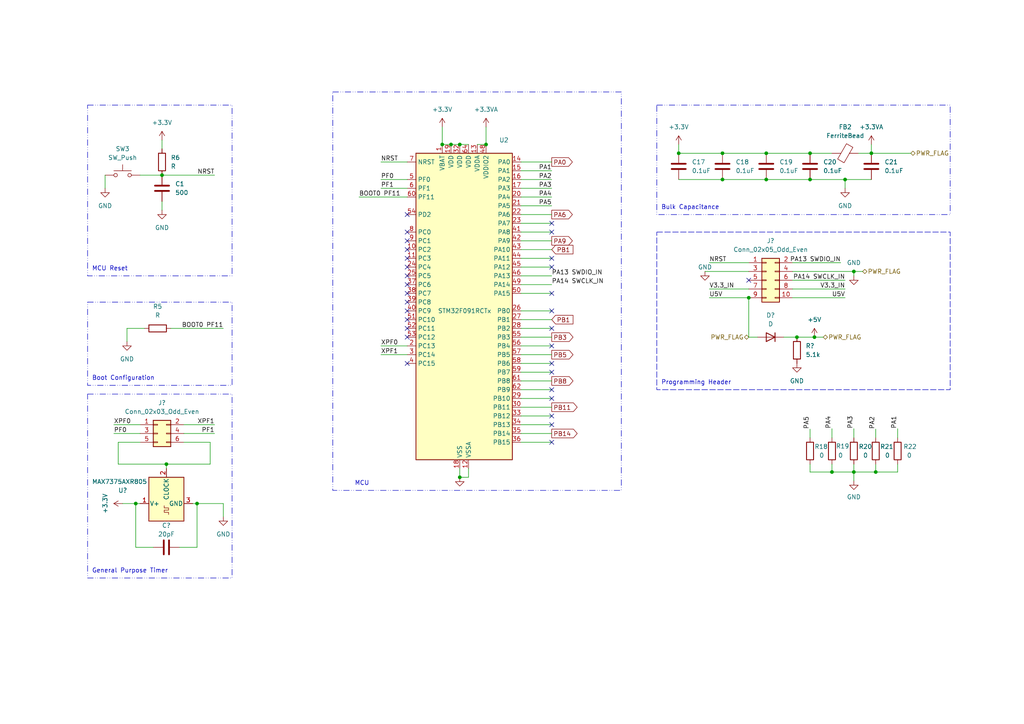
<source format=kicad_sch>
(kicad_sch (version 20230121) (generator eeschema)

  (uuid 3e2654a4-611e-42a5-8c4b-ceaabb18b13c)

  (paper "A4")

  (lib_symbols
    (symbol "Connector_Generic:Conn_02x03_Odd_Even" (pin_names (offset 1.016) hide) (in_bom yes) (on_board yes)
      (property "Reference" "J" (at 1.27 5.08 0)
        (effects (font (size 1.27 1.27)))
      )
      (property "Value" "Conn_02x03_Odd_Even" (at 1.27 -5.08 0)
        (effects (font (size 1.27 1.27)))
      )
      (property "Footprint" "" (at 0 0 0)
        (effects (font (size 1.27 1.27)) hide)
      )
      (property "Datasheet" "~" (at 0 0 0)
        (effects (font (size 1.27 1.27)) hide)
      )
      (property "ki_keywords" "connector" (at 0 0 0)
        (effects (font (size 1.27 1.27)) hide)
      )
      (property "ki_description" "Generic connector, double row, 02x03, odd/even pin numbering scheme (row 1 odd numbers, row 2 even numbers), script generated (kicad-library-utils/schlib/autogen/connector/)" (at 0 0 0)
        (effects (font (size 1.27 1.27)) hide)
      )
      (property "ki_fp_filters" "Connector*:*_2x??_*" (at 0 0 0)
        (effects (font (size 1.27 1.27)) hide)
      )
      (symbol "Conn_02x03_Odd_Even_1_1"
        (rectangle (start -1.27 -2.413) (end 0 -2.667)
          (stroke (width 0.1524) (type default))
          (fill (type none))
        )
        (rectangle (start -1.27 0.127) (end 0 -0.127)
          (stroke (width 0.1524) (type default))
          (fill (type none))
        )
        (rectangle (start -1.27 2.667) (end 0 2.413)
          (stroke (width 0.1524) (type default))
          (fill (type none))
        )
        (rectangle (start -1.27 3.81) (end 3.81 -3.81)
          (stroke (width 0.254) (type default))
          (fill (type background))
        )
        (rectangle (start 3.81 -2.413) (end 2.54 -2.667)
          (stroke (width 0.1524) (type default))
          (fill (type none))
        )
        (rectangle (start 3.81 0.127) (end 2.54 -0.127)
          (stroke (width 0.1524) (type default))
          (fill (type none))
        )
        (rectangle (start 3.81 2.667) (end 2.54 2.413)
          (stroke (width 0.1524) (type default))
          (fill (type none))
        )
        (pin passive line (at -5.08 2.54 0) (length 3.81)
          (name "Pin_1" (effects (font (size 1.27 1.27))))
          (number "1" (effects (font (size 1.27 1.27))))
        )
        (pin passive line (at 7.62 2.54 180) (length 3.81)
          (name "Pin_2" (effects (font (size 1.27 1.27))))
          (number "2" (effects (font (size 1.27 1.27))))
        )
        (pin passive line (at -5.08 0 0) (length 3.81)
          (name "Pin_3" (effects (font (size 1.27 1.27))))
          (number "3" (effects (font (size 1.27 1.27))))
        )
        (pin passive line (at 7.62 0 180) (length 3.81)
          (name "Pin_4" (effects (font (size 1.27 1.27))))
          (number "4" (effects (font (size 1.27 1.27))))
        )
        (pin passive line (at -5.08 -2.54 0) (length 3.81)
          (name "Pin_5" (effects (font (size 1.27 1.27))))
          (number "5" (effects (font (size 1.27 1.27))))
        )
        (pin passive line (at 7.62 -2.54 180) (length 3.81)
          (name "Pin_6" (effects (font (size 1.27 1.27))))
          (number "6" (effects (font (size 1.27 1.27))))
        )
      )
    )
    (symbol "Connector_Generic:Conn_02x05_Odd_Even" (pin_names (offset 1.016) hide) (in_bom yes) (on_board yes)
      (property "Reference" "J" (at 1.27 7.62 0)
        (effects (font (size 1.27 1.27)))
      )
      (property "Value" "Conn_02x05_Odd_Even" (at 1.27 -7.62 0)
        (effects (font (size 1.27 1.27)))
      )
      (property "Footprint" "" (at 0 0 0)
        (effects (font (size 1.27 1.27)) hide)
      )
      (property "Datasheet" "~" (at 0 0 0)
        (effects (font (size 1.27 1.27)) hide)
      )
      (property "ki_keywords" "connector" (at 0 0 0)
        (effects (font (size 1.27 1.27)) hide)
      )
      (property "ki_description" "Generic connector, double row, 02x05, odd/even pin numbering scheme (row 1 odd numbers, row 2 even numbers), script generated (kicad-library-utils/schlib/autogen/connector/)" (at 0 0 0)
        (effects (font (size 1.27 1.27)) hide)
      )
      (property "ki_fp_filters" "Connector*:*_2x??_*" (at 0 0 0)
        (effects (font (size 1.27 1.27)) hide)
      )
      (symbol "Conn_02x05_Odd_Even_1_1"
        (rectangle (start -1.27 -4.953) (end 0 -5.207)
          (stroke (width 0.1524) (type default))
          (fill (type none))
        )
        (rectangle (start -1.27 -2.413) (end 0 -2.667)
          (stroke (width 0.1524) (type default))
          (fill (type none))
        )
        (rectangle (start -1.27 0.127) (end 0 -0.127)
          (stroke (width 0.1524) (type default))
          (fill (type none))
        )
        (rectangle (start -1.27 2.667) (end 0 2.413)
          (stroke (width 0.1524) (type default))
          (fill (type none))
        )
        (rectangle (start -1.27 5.207) (end 0 4.953)
          (stroke (width 0.1524) (type default))
          (fill (type none))
        )
        (rectangle (start -1.27 6.35) (end 3.81 -6.35)
          (stroke (width 0.254) (type default))
          (fill (type background))
        )
        (rectangle (start 3.81 -4.953) (end 2.54 -5.207)
          (stroke (width 0.1524) (type default))
          (fill (type none))
        )
        (rectangle (start 3.81 -2.413) (end 2.54 -2.667)
          (stroke (width 0.1524) (type default))
          (fill (type none))
        )
        (rectangle (start 3.81 0.127) (end 2.54 -0.127)
          (stroke (width 0.1524) (type default))
          (fill (type none))
        )
        (rectangle (start 3.81 2.667) (end 2.54 2.413)
          (stroke (width 0.1524) (type default))
          (fill (type none))
        )
        (rectangle (start 3.81 5.207) (end 2.54 4.953)
          (stroke (width 0.1524) (type default))
          (fill (type none))
        )
        (pin passive line (at -5.08 5.08 0) (length 3.81)
          (name "Pin_1" (effects (font (size 1.27 1.27))))
          (number "1" (effects (font (size 1.27 1.27))))
        )
        (pin passive line (at 7.62 -5.08 180) (length 3.81)
          (name "Pin_10" (effects (font (size 1.27 1.27))))
          (number "10" (effects (font (size 1.27 1.27))))
        )
        (pin passive line (at 7.62 5.08 180) (length 3.81)
          (name "Pin_2" (effects (font (size 1.27 1.27))))
          (number "2" (effects (font (size 1.27 1.27))))
        )
        (pin passive line (at -5.08 2.54 0) (length 3.81)
          (name "Pin_3" (effects (font (size 1.27 1.27))))
          (number "3" (effects (font (size 1.27 1.27))))
        )
        (pin passive line (at 7.62 2.54 180) (length 3.81)
          (name "Pin_4" (effects (font (size 1.27 1.27))))
          (number "4" (effects (font (size 1.27 1.27))))
        )
        (pin passive line (at -5.08 0 0) (length 3.81)
          (name "Pin_5" (effects (font (size 1.27 1.27))))
          (number "5" (effects (font (size 1.27 1.27))))
        )
        (pin passive line (at 7.62 0 180) (length 3.81)
          (name "Pin_6" (effects (font (size 1.27 1.27))))
          (number "6" (effects (font (size 1.27 1.27))))
        )
        (pin passive line (at -5.08 -2.54 0) (length 3.81)
          (name "Pin_7" (effects (font (size 1.27 1.27))))
          (number "7" (effects (font (size 1.27 1.27))))
        )
        (pin passive line (at 7.62 -2.54 180) (length 3.81)
          (name "Pin_8" (effects (font (size 1.27 1.27))))
          (number "8" (effects (font (size 1.27 1.27))))
        )
        (pin passive line (at -5.08 -5.08 0) (length 3.81)
          (name "Pin_9" (effects (font (size 1.27 1.27))))
          (number "9" (effects (font (size 1.27 1.27))))
        )
      )
    )
    (symbol "Device:C" (pin_numbers hide) (pin_names (offset 0.254)) (in_bom yes) (on_board yes)
      (property "Reference" "C" (at 0.635 2.54 0)
        (effects (font (size 1.27 1.27)) (justify left))
      )
      (property "Value" "C" (at 0.635 -2.54 0)
        (effects (font (size 1.27 1.27)) (justify left))
      )
      (property "Footprint" "" (at 0.9652 -3.81 0)
        (effects (font (size 1.27 1.27)) hide)
      )
      (property "Datasheet" "~" (at 0 0 0)
        (effects (font (size 1.27 1.27)) hide)
      )
      (property "ki_keywords" "cap capacitor" (at 0 0 0)
        (effects (font (size 1.27 1.27)) hide)
      )
      (property "ki_description" "Unpolarized capacitor" (at 0 0 0)
        (effects (font (size 1.27 1.27)) hide)
      )
      (property "ki_fp_filters" "C_*" (at 0 0 0)
        (effects (font (size 1.27 1.27)) hide)
      )
      (symbol "C_0_1"
        (polyline
          (pts
            (xy -2.032 -0.762)
            (xy 2.032 -0.762)
          )
          (stroke (width 0.508) (type default))
          (fill (type none))
        )
        (polyline
          (pts
            (xy -2.032 0.762)
            (xy 2.032 0.762)
          )
          (stroke (width 0.508) (type default))
          (fill (type none))
        )
      )
      (symbol "C_1_1"
        (pin passive line (at 0 3.81 270) (length 2.794)
          (name "~" (effects (font (size 1.27 1.27))))
          (number "1" (effects (font (size 1.27 1.27))))
        )
        (pin passive line (at 0 -3.81 90) (length 2.794)
          (name "~" (effects (font (size 1.27 1.27))))
          (number "2" (effects (font (size 1.27 1.27))))
        )
      )
    )
    (symbol "Device:D" (pin_numbers hide) (pin_names (offset 1.016) hide) (in_bom yes) (on_board yes)
      (property "Reference" "D" (at 0 2.54 0)
        (effects (font (size 1.27 1.27)))
      )
      (property "Value" "D" (at 0 -2.54 0)
        (effects (font (size 1.27 1.27)))
      )
      (property "Footprint" "" (at 0 0 0)
        (effects (font (size 1.27 1.27)) hide)
      )
      (property "Datasheet" "~" (at 0 0 0)
        (effects (font (size 1.27 1.27)) hide)
      )
      (property "Sim.Device" "D" (at 0 0 0)
        (effects (font (size 1.27 1.27)) hide)
      )
      (property "Sim.Pins" "1=K 2=A" (at 0 0 0)
        (effects (font (size 1.27 1.27)) hide)
      )
      (property "ki_keywords" "diode" (at 0 0 0)
        (effects (font (size 1.27 1.27)) hide)
      )
      (property "ki_description" "Diode" (at 0 0 0)
        (effects (font (size 1.27 1.27)) hide)
      )
      (property "ki_fp_filters" "TO-???* *_Diode_* *SingleDiode* D_*" (at 0 0 0)
        (effects (font (size 1.27 1.27)) hide)
      )
      (symbol "D_0_1"
        (polyline
          (pts
            (xy -1.27 1.27)
            (xy -1.27 -1.27)
          )
          (stroke (width 0.254) (type default))
          (fill (type none))
        )
        (polyline
          (pts
            (xy 1.27 0)
            (xy -1.27 0)
          )
          (stroke (width 0) (type default))
          (fill (type none))
        )
        (polyline
          (pts
            (xy 1.27 1.27)
            (xy 1.27 -1.27)
            (xy -1.27 0)
            (xy 1.27 1.27)
          )
          (stroke (width 0.254) (type default))
          (fill (type none))
        )
      )
      (symbol "D_1_1"
        (pin passive line (at -3.81 0 0) (length 2.54)
          (name "K" (effects (font (size 1.27 1.27))))
          (number "1" (effects (font (size 1.27 1.27))))
        )
        (pin passive line (at 3.81 0 180) (length 2.54)
          (name "A" (effects (font (size 1.27 1.27))))
          (number "2" (effects (font (size 1.27 1.27))))
        )
      )
    )
    (symbol "Device:FerriteBead" (pin_numbers hide) (pin_names (offset 0)) (in_bom yes) (on_board yes)
      (property "Reference" "FB" (at -3.81 0.635 90)
        (effects (font (size 1.27 1.27)))
      )
      (property "Value" "FerriteBead" (at 3.81 0 90)
        (effects (font (size 1.27 1.27)))
      )
      (property "Footprint" "" (at -1.778 0 90)
        (effects (font (size 1.27 1.27)) hide)
      )
      (property "Datasheet" "~" (at 0 0 0)
        (effects (font (size 1.27 1.27)) hide)
      )
      (property "ki_keywords" "L ferrite bead inductor filter" (at 0 0 0)
        (effects (font (size 1.27 1.27)) hide)
      )
      (property "ki_description" "Ferrite bead" (at 0 0 0)
        (effects (font (size 1.27 1.27)) hide)
      )
      (property "ki_fp_filters" "Inductor_* L_* *Ferrite*" (at 0 0 0)
        (effects (font (size 1.27 1.27)) hide)
      )
      (symbol "FerriteBead_0_1"
        (polyline
          (pts
            (xy 0 -1.27)
            (xy 0 -1.2192)
          )
          (stroke (width 0) (type default))
          (fill (type none))
        )
        (polyline
          (pts
            (xy 0 1.27)
            (xy 0 1.2954)
          )
          (stroke (width 0) (type default))
          (fill (type none))
        )
        (polyline
          (pts
            (xy -2.7686 0.4064)
            (xy -1.7018 2.2606)
            (xy 2.7686 -0.3048)
            (xy 1.6764 -2.159)
            (xy -2.7686 0.4064)
          )
          (stroke (width 0) (type default))
          (fill (type none))
        )
      )
      (symbol "FerriteBead_1_1"
        (pin passive line (at 0 3.81 270) (length 2.54)
          (name "~" (effects (font (size 1.27 1.27))))
          (number "1" (effects (font (size 1.27 1.27))))
        )
        (pin passive line (at 0 -3.81 90) (length 2.54)
          (name "~" (effects (font (size 1.27 1.27))))
          (number "2" (effects (font (size 1.27 1.27))))
        )
      )
    )
    (symbol "Device:R" (pin_numbers hide) (pin_names (offset 0)) (in_bom yes) (on_board yes)
      (property "Reference" "R" (at 2.032 0 90)
        (effects (font (size 1.27 1.27)))
      )
      (property "Value" "R" (at 0 0 90)
        (effects (font (size 1.27 1.27)))
      )
      (property "Footprint" "" (at -1.778 0 90)
        (effects (font (size 1.27 1.27)) hide)
      )
      (property "Datasheet" "~" (at 0 0 0)
        (effects (font (size 1.27 1.27)) hide)
      )
      (property "ki_keywords" "R res resistor" (at 0 0 0)
        (effects (font (size 1.27 1.27)) hide)
      )
      (property "ki_description" "Resistor" (at 0 0 0)
        (effects (font (size 1.27 1.27)) hide)
      )
      (property "ki_fp_filters" "R_*" (at 0 0 0)
        (effects (font (size 1.27 1.27)) hide)
      )
      (symbol "R_0_1"
        (rectangle (start -1.016 -2.54) (end 1.016 2.54)
          (stroke (width 0.254) (type default))
          (fill (type none))
        )
      )
      (symbol "R_1_1"
        (pin passive line (at 0 3.81 270) (length 1.27)
          (name "~" (effects (font (size 1.27 1.27))))
          (number "1" (effects (font (size 1.27 1.27))))
        )
        (pin passive line (at 0 -3.81 90) (length 1.27)
          (name "~" (effects (font (size 1.27 1.27))))
          (number "2" (effects (font (size 1.27 1.27))))
        )
      )
    )
    (symbol "MCU_ST_STM32F0:STM32F091RCTx" (in_bom yes) (on_board yes)
      (property "Reference" "U" (at -12.7 46.99 0)
        (effects (font (size 1.27 1.27)) (justify left))
      )
      (property "Value" "STM32F091RCTx" (at 10.16 46.99 0)
        (effects (font (size 1.27 1.27)) (justify left))
      )
      (property "Footprint" "Package_QFP:LQFP-64_10x10mm_P0.5mm" (at -12.7 -43.18 0)
        (effects (font (size 1.27 1.27)) (justify right) hide)
      )
      (property "Datasheet" "https://www.st.com/resource/en/datasheet/stm32f091rc.pdf" (at 0 0 0)
        (effects (font (size 1.27 1.27)) hide)
      )
      (property "ki_locked" "" (at 0 0 0)
        (effects (font (size 1.27 1.27)))
      )
      (property "ki_keywords" "Arm Cortex-M0 STM32F0 STM32F0x1" (at 0 0 0)
        (effects (font (size 1.27 1.27)) hide)
      )
      (property "ki_description" "STMicroelectronics Arm Cortex-M0 MCU, 256KB flash, 32KB RAM, 48 MHz, 2.0-3.6V, 52 GPIO, LQFP64" (at 0 0 0)
        (effects (font (size 1.27 1.27)) hide)
      )
      (property "ki_fp_filters" "LQFP*10x10mm*P0.5mm*" (at 0 0 0)
        (effects (font (size 1.27 1.27)) hide)
      )
      (symbol "STM32F091RCTx_0_1"
        (rectangle (start -12.7 -43.18) (end 15.24 45.72)
          (stroke (width 0.254) (type default))
          (fill (type background))
        )
      )
      (symbol "STM32F091RCTx_1_1"
        (pin power_in line (at -5.08 48.26 270) (length 2.54)
          (name "VBAT" (effects (font (size 1.27 1.27))))
          (number "1" (effects (font (size 1.27 1.27))))
        )
        (pin bidirectional line (at -15.24 17.78 0) (length 2.54)
          (name "PC2" (effects (font (size 1.27 1.27))))
          (number "10" (effects (font (size 1.27 1.27))))
          (alternate "ADC_IN12" bidirectional line)
          (alternate "I2S2_MCK" bidirectional line)
          (alternate "SPI2_MISO" bidirectional line)
          (alternate "USART8_TX" bidirectional line)
        )
        (pin bidirectional line (at -15.24 15.24 0) (length 2.54)
          (name "PC3" (effects (font (size 1.27 1.27))))
          (number "11" (effects (font (size 1.27 1.27))))
          (alternate "ADC_IN13" bidirectional line)
          (alternate "I2S2_SD" bidirectional line)
          (alternate "SPI2_MOSI" bidirectional line)
          (alternate "USART8_RX" bidirectional line)
        )
        (pin power_in line (at 2.54 -45.72 90) (length 2.54)
          (name "VSSA" (effects (font (size 1.27 1.27))))
          (number "12" (effects (font (size 1.27 1.27))))
        )
        (pin power_in line (at 5.08 48.26 270) (length 2.54)
          (name "VDDA" (effects (font (size 1.27 1.27))))
          (number "13" (effects (font (size 1.27 1.27))))
        )
        (pin bidirectional line (at 17.78 43.18 180) (length 2.54)
          (name "PA0" (effects (font (size 1.27 1.27))))
          (number "14" (effects (font (size 1.27 1.27))))
          (alternate "ADC_IN0" bidirectional line)
          (alternate "COMP1_INM" bidirectional line)
          (alternate "COMP1_OUT" bidirectional line)
          (alternate "RTC_TAMP2" bidirectional line)
          (alternate "SYS_WKUP1" bidirectional line)
          (alternate "TIM2_CH1" bidirectional line)
          (alternate "TIM2_ETR" bidirectional line)
          (alternate "TSC_G1_IO1" bidirectional line)
          (alternate "USART2_CTS" bidirectional line)
          (alternate "USART4_TX" bidirectional line)
        )
        (pin bidirectional line (at 17.78 40.64 180) (length 2.54)
          (name "PA1" (effects (font (size 1.27 1.27))))
          (number "15" (effects (font (size 1.27 1.27))))
          (alternate "ADC_IN1" bidirectional line)
          (alternate "COMP1_INP" bidirectional line)
          (alternate "TIM15_CH1N" bidirectional line)
          (alternate "TIM2_CH2" bidirectional line)
          (alternate "TSC_G1_IO2" bidirectional line)
          (alternate "USART2_DE" bidirectional line)
          (alternate "USART2_RTS" bidirectional line)
          (alternate "USART4_RX" bidirectional line)
        )
        (pin bidirectional line (at 17.78 38.1 180) (length 2.54)
          (name "PA2" (effects (font (size 1.27 1.27))))
          (number "16" (effects (font (size 1.27 1.27))))
          (alternate "ADC_IN2" bidirectional line)
          (alternate "COMP2_INM" bidirectional line)
          (alternate "COMP2_OUT" bidirectional line)
          (alternate "SYS_WKUP4" bidirectional line)
          (alternate "TIM15_CH1" bidirectional line)
          (alternate "TIM2_CH3" bidirectional line)
          (alternate "TSC_G1_IO3" bidirectional line)
          (alternate "USART2_TX" bidirectional line)
        )
        (pin bidirectional line (at 17.78 35.56 180) (length 2.54)
          (name "PA3" (effects (font (size 1.27 1.27))))
          (number "17" (effects (font (size 1.27 1.27))))
          (alternate "ADC_IN3" bidirectional line)
          (alternate "COMP2_INP" bidirectional line)
          (alternate "TIM15_CH2" bidirectional line)
          (alternate "TIM2_CH4" bidirectional line)
          (alternate "TSC_G1_IO4" bidirectional line)
          (alternate "USART2_RX" bidirectional line)
        )
        (pin power_in line (at 0 -45.72 90) (length 2.54)
          (name "VSS" (effects (font (size 1.27 1.27))))
          (number "18" (effects (font (size 1.27 1.27))))
        )
        (pin power_in line (at -2.54 48.26 270) (length 2.54)
          (name "VDD" (effects (font (size 1.27 1.27))))
          (number "19" (effects (font (size 1.27 1.27))))
        )
        (pin bidirectional line (at -15.24 -10.16 0) (length 2.54)
          (name "PC13" (effects (font (size 1.27 1.27))))
          (number "2" (effects (font (size 1.27 1.27))))
          (alternate "RTC_OUT_ALARM" bidirectional line)
          (alternate "RTC_OUT_CALIB" bidirectional line)
          (alternate "RTC_TAMP1" bidirectional line)
          (alternate "RTC_TS" bidirectional line)
          (alternate "SYS_WKUP2" bidirectional line)
        )
        (pin bidirectional line (at 17.78 33.02 180) (length 2.54)
          (name "PA4" (effects (font (size 1.27 1.27))))
          (number "20" (effects (font (size 1.27 1.27))))
          (alternate "ADC_IN4" bidirectional line)
          (alternate "COMP1_INM" bidirectional line)
          (alternate "COMP2_INM" bidirectional line)
          (alternate "DAC_OUT1" bidirectional line)
          (alternate "I2S1_WS" bidirectional line)
          (alternate "SPI1_NSS" bidirectional line)
          (alternate "TIM14_CH1" bidirectional line)
          (alternate "TSC_G2_IO1" bidirectional line)
          (alternate "USART2_CK" bidirectional line)
          (alternate "USART6_TX" bidirectional line)
        )
        (pin bidirectional line (at 17.78 30.48 180) (length 2.54)
          (name "PA5" (effects (font (size 1.27 1.27))))
          (number "21" (effects (font (size 1.27 1.27))))
          (alternate "ADC_IN5" bidirectional line)
          (alternate "CEC" bidirectional line)
          (alternate "COMP1_INM" bidirectional line)
          (alternate "COMP2_INM" bidirectional line)
          (alternate "DAC_OUT2" bidirectional line)
          (alternate "I2S1_CK" bidirectional line)
          (alternate "SPI1_SCK" bidirectional line)
          (alternate "TIM2_CH1" bidirectional line)
          (alternate "TIM2_ETR" bidirectional line)
          (alternate "TSC_G2_IO2" bidirectional line)
          (alternate "USART6_RX" bidirectional line)
        )
        (pin bidirectional line (at 17.78 27.94 180) (length 2.54)
          (name "PA6" (effects (font (size 1.27 1.27))))
          (number "22" (effects (font (size 1.27 1.27))))
          (alternate "ADC_IN6" bidirectional line)
          (alternate "COMP1_OUT" bidirectional line)
          (alternate "I2S1_MCK" bidirectional line)
          (alternate "SPI1_MISO" bidirectional line)
          (alternate "TIM16_CH1" bidirectional line)
          (alternate "TIM1_BKIN" bidirectional line)
          (alternate "TIM3_CH1" bidirectional line)
          (alternate "TSC_G2_IO3" bidirectional line)
          (alternate "USART3_CTS" bidirectional line)
        )
        (pin bidirectional line (at 17.78 25.4 180) (length 2.54)
          (name "PA7" (effects (font (size 1.27 1.27))))
          (number "23" (effects (font (size 1.27 1.27))))
          (alternate "ADC_IN7" bidirectional line)
          (alternate "COMP2_OUT" bidirectional line)
          (alternate "I2S1_SD" bidirectional line)
          (alternate "SPI1_MOSI" bidirectional line)
          (alternate "TIM14_CH1" bidirectional line)
          (alternate "TIM17_CH1" bidirectional line)
          (alternate "TIM1_CH1N" bidirectional line)
          (alternate "TIM3_CH2" bidirectional line)
          (alternate "TSC_G2_IO4" bidirectional line)
        )
        (pin bidirectional line (at -15.24 12.7 0) (length 2.54)
          (name "PC4" (effects (font (size 1.27 1.27))))
          (number "24" (effects (font (size 1.27 1.27))))
          (alternate "ADC_IN14" bidirectional line)
          (alternate "USART3_TX" bidirectional line)
        )
        (pin bidirectional line (at -15.24 10.16 0) (length 2.54)
          (name "PC5" (effects (font (size 1.27 1.27))))
          (number "25" (effects (font (size 1.27 1.27))))
          (alternate "ADC_IN15" bidirectional line)
          (alternate "SYS_WKUP5" bidirectional line)
          (alternate "TSC_G3_IO1" bidirectional line)
          (alternate "USART3_RX" bidirectional line)
        )
        (pin bidirectional line (at 17.78 0 180) (length 2.54)
          (name "PB0" (effects (font (size 1.27 1.27))))
          (number "26" (effects (font (size 1.27 1.27))))
          (alternate "ADC_IN8" bidirectional line)
          (alternate "TIM1_CH2N" bidirectional line)
          (alternate "TIM3_CH3" bidirectional line)
          (alternate "TSC_G3_IO2" bidirectional line)
          (alternate "USART3_CK" bidirectional line)
        )
        (pin bidirectional line (at 17.78 -2.54 180) (length 2.54)
          (name "PB1" (effects (font (size 1.27 1.27))))
          (number "27" (effects (font (size 1.27 1.27))))
          (alternate "ADC_IN9" bidirectional line)
          (alternate "TIM14_CH1" bidirectional line)
          (alternate "TIM1_CH3N" bidirectional line)
          (alternate "TIM3_CH4" bidirectional line)
          (alternate "TSC_G3_IO3" bidirectional line)
          (alternate "USART3_DE" bidirectional line)
          (alternate "USART3_RTS" bidirectional line)
        )
        (pin bidirectional line (at 17.78 -5.08 180) (length 2.54)
          (name "PB2" (effects (font (size 1.27 1.27))))
          (number "28" (effects (font (size 1.27 1.27))))
          (alternate "TSC_G3_IO4" bidirectional line)
        )
        (pin bidirectional line (at 17.78 -25.4 180) (length 2.54)
          (name "PB10" (effects (font (size 1.27 1.27))))
          (number "29" (effects (font (size 1.27 1.27))))
          (alternate "CEC" bidirectional line)
          (alternate "I2C2_SCL" bidirectional line)
          (alternate "I2S2_CK" bidirectional line)
          (alternate "SPI2_SCK" bidirectional line)
          (alternate "TIM2_CH3" bidirectional line)
          (alternate "TSC_SYNC" bidirectional line)
          (alternate "USART3_TX" bidirectional line)
        )
        (pin bidirectional line (at -15.24 -12.7 0) (length 2.54)
          (name "PC14" (effects (font (size 1.27 1.27))))
          (number "3" (effects (font (size 1.27 1.27))))
          (alternate "RCC_OSC32_IN" bidirectional line)
        )
        (pin bidirectional line (at 17.78 -27.94 180) (length 2.54)
          (name "PB11" (effects (font (size 1.27 1.27))))
          (number "30" (effects (font (size 1.27 1.27))))
          (alternate "I2C2_SDA" bidirectional line)
          (alternate "TIM2_CH4" bidirectional line)
          (alternate "TSC_G6_IO1" bidirectional line)
          (alternate "USART3_RX" bidirectional line)
        )
        (pin passive line (at 0 -45.72 90) (length 2.54) hide
          (name "VSS" (effects (font (size 1.27 1.27))))
          (number "31" (effects (font (size 1.27 1.27))))
        )
        (pin power_in line (at 0 48.26 270) (length 2.54)
          (name "VDD" (effects (font (size 1.27 1.27))))
          (number "32" (effects (font (size 1.27 1.27))))
        )
        (pin bidirectional line (at 17.78 -30.48 180) (length 2.54)
          (name "PB12" (effects (font (size 1.27 1.27))))
          (number "33" (effects (font (size 1.27 1.27))))
          (alternate "I2S2_WS" bidirectional line)
          (alternate "SPI2_NSS" bidirectional line)
          (alternate "TIM15_BKIN" bidirectional line)
          (alternate "TIM1_BKIN" bidirectional line)
          (alternate "TSC_G6_IO2" bidirectional line)
          (alternate "USART3_CK" bidirectional line)
        )
        (pin bidirectional line (at 17.78 -33.02 180) (length 2.54)
          (name "PB13" (effects (font (size 1.27 1.27))))
          (number "34" (effects (font (size 1.27 1.27))))
          (alternate "I2C2_SCL" bidirectional line)
          (alternate "I2S2_CK" bidirectional line)
          (alternate "SPI2_SCK" bidirectional line)
          (alternate "TIM1_CH1N" bidirectional line)
          (alternate "TSC_G6_IO3" bidirectional line)
          (alternate "USART3_CTS" bidirectional line)
        )
        (pin bidirectional line (at 17.78 -35.56 180) (length 2.54)
          (name "PB14" (effects (font (size 1.27 1.27))))
          (number "35" (effects (font (size 1.27 1.27))))
          (alternate "I2C2_SDA" bidirectional line)
          (alternate "I2S2_MCK" bidirectional line)
          (alternate "SPI2_MISO" bidirectional line)
          (alternate "TIM15_CH1" bidirectional line)
          (alternate "TIM1_CH2N" bidirectional line)
          (alternate "TSC_G6_IO4" bidirectional line)
          (alternate "USART3_DE" bidirectional line)
          (alternate "USART3_RTS" bidirectional line)
        )
        (pin bidirectional line (at 17.78 -38.1 180) (length 2.54)
          (name "PB15" (effects (font (size 1.27 1.27))))
          (number "36" (effects (font (size 1.27 1.27))))
          (alternate "I2S2_SD" bidirectional line)
          (alternate "RTC_REFIN" bidirectional line)
          (alternate "SPI2_MOSI" bidirectional line)
          (alternate "SYS_WKUP7" bidirectional line)
          (alternate "TIM15_CH1N" bidirectional line)
          (alternate "TIM15_CH2" bidirectional line)
          (alternate "TIM1_CH3N" bidirectional line)
        )
        (pin bidirectional line (at -15.24 7.62 0) (length 2.54)
          (name "PC6" (effects (font (size 1.27 1.27))))
          (number "37" (effects (font (size 1.27 1.27))))
          (alternate "TIM3_CH1" bidirectional line)
          (alternate "USART7_TX" bidirectional line)
        )
        (pin bidirectional line (at -15.24 5.08 0) (length 2.54)
          (name "PC7" (effects (font (size 1.27 1.27))))
          (number "38" (effects (font (size 1.27 1.27))))
          (alternate "TIM3_CH2" bidirectional line)
          (alternate "USART7_RX" bidirectional line)
        )
        (pin bidirectional line (at -15.24 2.54 0) (length 2.54)
          (name "PC8" (effects (font (size 1.27 1.27))))
          (number "39" (effects (font (size 1.27 1.27))))
          (alternate "TIM3_CH3" bidirectional line)
          (alternate "USART8_TX" bidirectional line)
        )
        (pin bidirectional line (at -15.24 -15.24 0) (length 2.54)
          (name "PC15" (effects (font (size 1.27 1.27))))
          (number "4" (effects (font (size 1.27 1.27))))
          (alternate "RCC_OSC32_OUT" bidirectional line)
        )
        (pin bidirectional line (at -15.24 0 0) (length 2.54)
          (name "PC9" (effects (font (size 1.27 1.27))))
          (number "40" (effects (font (size 1.27 1.27))))
          (alternate "DAC_EXTI9" bidirectional line)
          (alternate "TIM3_CH4" bidirectional line)
          (alternate "USART8_RX" bidirectional line)
        )
        (pin bidirectional line (at 17.78 22.86 180) (length 2.54)
          (name "PA8" (effects (font (size 1.27 1.27))))
          (number "41" (effects (font (size 1.27 1.27))))
          (alternate "CRS_SYNC" bidirectional line)
          (alternate "RCC_MCO" bidirectional line)
          (alternate "TIM1_CH1" bidirectional line)
          (alternate "USART1_CK" bidirectional line)
        )
        (pin bidirectional line (at 17.78 20.32 180) (length 2.54)
          (name "PA9" (effects (font (size 1.27 1.27))))
          (number "42" (effects (font (size 1.27 1.27))))
          (alternate "DAC_EXTI9" bidirectional line)
          (alternate "I2C1_SCL" bidirectional line)
          (alternate "RCC_MCO" bidirectional line)
          (alternate "TIM15_BKIN" bidirectional line)
          (alternate "TIM1_CH2" bidirectional line)
          (alternate "TSC_G4_IO1" bidirectional line)
          (alternate "USART1_TX" bidirectional line)
        )
        (pin bidirectional line (at 17.78 17.78 180) (length 2.54)
          (name "PA10" (effects (font (size 1.27 1.27))))
          (number "43" (effects (font (size 1.27 1.27))))
          (alternate "I2C1_SDA" bidirectional line)
          (alternate "TIM17_BKIN" bidirectional line)
          (alternate "TIM1_CH3" bidirectional line)
          (alternate "TSC_G4_IO2" bidirectional line)
          (alternate "USART1_RX" bidirectional line)
        )
        (pin bidirectional line (at 17.78 15.24 180) (length 2.54)
          (name "PA11" (effects (font (size 1.27 1.27))))
          (number "44" (effects (font (size 1.27 1.27))))
          (alternate "CAN_RX" bidirectional line)
          (alternate "COMP1_OUT" bidirectional line)
          (alternate "I2C2_SCL" bidirectional line)
          (alternate "TIM1_CH4" bidirectional line)
          (alternate "TSC_G4_IO3" bidirectional line)
          (alternate "USART1_CTS" bidirectional line)
        )
        (pin bidirectional line (at 17.78 12.7 180) (length 2.54)
          (name "PA12" (effects (font (size 1.27 1.27))))
          (number "45" (effects (font (size 1.27 1.27))))
          (alternate "CAN_TX" bidirectional line)
          (alternate "COMP2_OUT" bidirectional line)
          (alternate "I2C2_SDA" bidirectional line)
          (alternate "TIM1_ETR" bidirectional line)
          (alternate "TSC_G4_IO4" bidirectional line)
          (alternate "USART1_DE" bidirectional line)
          (alternate "USART1_RTS" bidirectional line)
        )
        (pin bidirectional line (at 17.78 10.16 180) (length 2.54)
          (name "PA13" (effects (font (size 1.27 1.27))))
          (number "46" (effects (font (size 1.27 1.27))))
          (alternate "IR_OUT" bidirectional line)
          (alternate "SYS_SWDIO" bidirectional line)
        )
        (pin passive line (at 0 -45.72 90) (length 2.54) hide
          (name "VSS" (effects (font (size 1.27 1.27))))
          (number "47" (effects (font (size 1.27 1.27))))
        )
        (pin power_in line (at 7.62 48.26 270) (length 2.54)
          (name "VDDIO2" (effects (font (size 1.27 1.27))))
          (number "48" (effects (font (size 1.27 1.27))))
        )
        (pin bidirectional line (at 17.78 7.62 180) (length 2.54)
          (name "PA14" (effects (font (size 1.27 1.27))))
          (number "49" (effects (font (size 1.27 1.27))))
          (alternate "SYS_SWCLK" bidirectional line)
          (alternate "USART2_TX" bidirectional line)
        )
        (pin bidirectional line (at -15.24 38.1 0) (length 2.54)
          (name "PF0" (effects (font (size 1.27 1.27))))
          (number "5" (effects (font (size 1.27 1.27))))
          (alternate "CRS_SYNC" bidirectional line)
          (alternate "I2C1_SDA" bidirectional line)
          (alternate "RCC_OSC_IN" bidirectional line)
        )
        (pin bidirectional line (at 17.78 5.08 180) (length 2.54)
          (name "PA15" (effects (font (size 1.27 1.27))))
          (number "50" (effects (font (size 1.27 1.27))))
          (alternate "I2S1_WS" bidirectional line)
          (alternate "SPI1_NSS" bidirectional line)
          (alternate "TIM2_CH1" bidirectional line)
          (alternate "TIM2_ETR" bidirectional line)
          (alternate "USART2_RX" bidirectional line)
          (alternate "USART4_DE" bidirectional line)
          (alternate "USART4_RTS" bidirectional line)
        )
        (pin bidirectional line (at -15.24 -2.54 0) (length 2.54)
          (name "PC10" (effects (font (size 1.27 1.27))))
          (number "51" (effects (font (size 1.27 1.27))))
          (alternate "USART3_TX" bidirectional line)
          (alternate "USART4_TX" bidirectional line)
        )
        (pin bidirectional line (at -15.24 -5.08 0) (length 2.54)
          (name "PC11" (effects (font (size 1.27 1.27))))
          (number "52" (effects (font (size 1.27 1.27))))
          (alternate "USART3_RX" bidirectional line)
          (alternate "USART4_RX" bidirectional line)
        )
        (pin bidirectional line (at -15.24 -7.62 0) (length 2.54)
          (name "PC12" (effects (font (size 1.27 1.27))))
          (number "53" (effects (font (size 1.27 1.27))))
          (alternate "USART3_CK" bidirectional line)
          (alternate "USART4_CK" bidirectional line)
          (alternate "USART5_TX" bidirectional line)
        )
        (pin bidirectional line (at -15.24 27.94 0) (length 2.54)
          (name "PD2" (effects (font (size 1.27 1.27))))
          (number "54" (effects (font (size 1.27 1.27))))
          (alternate "TIM3_ETR" bidirectional line)
          (alternate "USART3_DE" bidirectional line)
          (alternate "USART3_RTS" bidirectional line)
          (alternate "USART5_RX" bidirectional line)
        )
        (pin bidirectional line (at 17.78 -7.62 180) (length 2.54)
          (name "PB3" (effects (font (size 1.27 1.27))))
          (number "55" (effects (font (size 1.27 1.27))))
          (alternate "I2S1_CK" bidirectional line)
          (alternate "SPI1_SCK" bidirectional line)
          (alternate "TIM2_CH2" bidirectional line)
          (alternate "TSC_G5_IO1" bidirectional line)
          (alternate "USART5_TX" bidirectional line)
        )
        (pin bidirectional line (at 17.78 -10.16 180) (length 2.54)
          (name "PB4" (effects (font (size 1.27 1.27))))
          (number "56" (effects (font (size 1.27 1.27))))
          (alternate "I2S1_MCK" bidirectional line)
          (alternate "SPI1_MISO" bidirectional line)
          (alternate "TIM17_BKIN" bidirectional line)
          (alternate "TIM3_CH1" bidirectional line)
          (alternate "TSC_G5_IO2" bidirectional line)
          (alternate "USART5_RX" bidirectional line)
        )
        (pin bidirectional line (at 17.78 -12.7 180) (length 2.54)
          (name "PB5" (effects (font (size 1.27 1.27))))
          (number "57" (effects (font (size 1.27 1.27))))
          (alternate "I2C1_SMBA" bidirectional line)
          (alternate "I2S1_SD" bidirectional line)
          (alternate "SPI1_MOSI" bidirectional line)
          (alternate "SYS_WKUP6" bidirectional line)
          (alternate "TIM16_BKIN" bidirectional line)
          (alternate "TIM3_CH2" bidirectional line)
          (alternate "USART5_CK" bidirectional line)
          (alternate "USART5_DE" bidirectional line)
          (alternate "USART5_RTS" bidirectional line)
        )
        (pin bidirectional line (at 17.78 -15.24 180) (length 2.54)
          (name "PB6" (effects (font (size 1.27 1.27))))
          (number "58" (effects (font (size 1.27 1.27))))
          (alternate "I2C1_SCL" bidirectional line)
          (alternate "TIM16_CH1N" bidirectional line)
          (alternate "TSC_G5_IO3" bidirectional line)
          (alternate "USART1_TX" bidirectional line)
        )
        (pin bidirectional line (at 17.78 -17.78 180) (length 2.54)
          (name "PB7" (effects (font (size 1.27 1.27))))
          (number "59" (effects (font (size 1.27 1.27))))
          (alternate "I2C1_SDA" bidirectional line)
          (alternate "TIM17_CH1N" bidirectional line)
          (alternate "TSC_G5_IO4" bidirectional line)
          (alternate "USART1_RX" bidirectional line)
          (alternate "USART4_CTS" bidirectional line)
        )
        (pin bidirectional line (at -15.24 35.56 0) (length 2.54)
          (name "PF1" (effects (font (size 1.27 1.27))))
          (number "6" (effects (font (size 1.27 1.27))))
          (alternate "I2C1_SCL" bidirectional line)
          (alternate "RCC_OSC_OUT" bidirectional line)
        )
        (pin bidirectional line (at -15.24 33.02 0) (length 2.54)
          (name "PF11" (effects (font (size 1.27 1.27))))
          (number "60" (effects (font (size 1.27 1.27))))
        )
        (pin bidirectional line (at 17.78 -20.32 180) (length 2.54)
          (name "PB8" (effects (font (size 1.27 1.27))))
          (number "61" (effects (font (size 1.27 1.27))))
          (alternate "CAN_RX" bidirectional line)
          (alternate "CEC" bidirectional line)
          (alternate "I2C1_SCL" bidirectional line)
          (alternate "TIM16_CH1" bidirectional line)
          (alternate "TSC_SYNC" bidirectional line)
        )
        (pin bidirectional line (at 17.78 -22.86 180) (length 2.54)
          (name "PB9" (effects (font (size 1.27 1.27))))
          (number "62" (effects (font (size 1.27 1.27))))
          (alternate "CAN_TX" bidirectional line)
          (alternate "DAC_EXTI9" bidirectional line)
          (alternate "I2C1_SDA" bidirectional line)
          (alternate "I2S2_WS" bidirectional line)
          (alternate "IR_OUT" bidirectional line)
          (alternate "SPI2_NSS" bidirectional line)
          (alternate "TIM17_CH1" bidirectional line)
        )
        (pin passive line (at 0 -45.72 90) (length 2.54) hide
          (name "VSS" (effects (font (size 1.27 1.27))))
          (number "63" (effects (font (size 1.27 1.27))))
        )
        (pin power_in line (at 2.54 48.26 270) (length 2.54)
          (name "VDD" (effects (font (size 1.27 1.27))))
          (number "64" (effects (font (size 1.27 1.27))))
        )
        (pin input line (at -15.24 43.18 0) (length 2.54)
          (name "NRST" (effects (font (size 1.27 1.27))))
          (number "7" (effects (font (size 1.27 1.27))))
        )
        (pin bidirectional line (at -15.24 22.86 0) (length 2.54)
          (name "PC0" (effects (font (size 1.27 1.27))))
          (number "8" (effects (font (size 1.27 1.27))))
          (alternate "ADC_IN10" bidirectional line)
          (alternate "USART6_TX" bidirectional line)
          (alternate "USART7_TX" bidirectional line)
        )
        (pin bidirectional line (at -15.24 20.32 0) (length 2.54)
          (name "PC1" (effects (font (size 1.27 1.27))))
          (number "9" (effects (font (size 1.27 1.27))))
          (alternate "ADC_IN11" bidirectional line)
          (alternate "USART6_RX" bidirectional line)
          (alternate "USART7_RX" bidirectional line)
        )
      )
    )
    (symbol "Oscillator:MAX7375AXR805" (pin_names (offset 0.254)) (in_bom yes) (on_board yes)
      (property "Reference" "U" (at -2.54 6.35 0)
        (effects (font (size 1.27 1.27)) (justify right))
      )
      (property "Value" "MAX7375AXR805" (at 1.27 -6.35 0)
        (effects (font (size 1.27 1.27)) (justify left))
      )
      (property "Footprint" "Package_TO_SOT_SMD:SOT-323_SC-70" (at 27.94 -8.89 0)
        (effects (font (size 1.27 1.27)) hide)
      )
      (property "Datasheet" "https://datasheets.maximintegrated.com/en/ds/MAX7375.pdf" (at -2.54 0 0)
        (effects (font (size 1.27 1.27)) hide)
      )
      (property "ki_keywords" "Silicon Clock Oscillator 8MHz 8000kHz" (at 0 0 0)
        (effects (font (size 1.27 1.27)) hide)
      )
      (property "ki_description" "Silicon Clock Oscillator 8MHz, SC-70-3" (at 0 0 0)
        (effects (font (size 1.27 1.27)) hide)
      )
      (property "ki_fp_filters" "*SC?70*" (at 0 0 0)
        (effects (font (size 1.27 1.27)) hide)
      )
      (symbol "MAX7375AXR805_0_1"
        (rectangle (start -5.08 5.08) (end 7.62 -5.08)
          (stroke (width 0.254) (type default))
          (fill (type background))
        )
        (polyline
          (pts
            (xy -3.175 -0.635)
            (xy -2.54 -0.635)
            (xy -2.54 0.635)
            (xy -1.905 0.635)
            (xy -1.905 -0.635)
            (xy -1.27 -0.635)
            (xy -1.27 0.635)
            (xy -0.635 0.635)
          )
          (stroke (width 0) (type default))
          (fill (type none))
        )
      )
      (symbol "MAX7375AXR805_1_1"
        (pin power_in line (at 0 7.62 270) (length 2.54)
          (name "V+" (effects (font (size 1.27 1.27))))
          (number "1" (effects (font (size 1.27 1.27))))
        )
        (pin output line (at 10.16 0 180) (length 2.54)
          (name "CLOCK" (effects (font (size 1.27 1.27))))
          (number "2" (effects (font (size 1.27 1.27))))
        )
        (pin power_in line (at 0 -7.62 90) (length 2.54)
          (name "GND" (effects (font (size 1.27 1.27))))
          (number "3" (effects (font (size 1.27 1.27))))
        )
      )
    )
    (symbol "Switch:SW_Push" (pin_numbers hide) (pin_names (offset 1.016) hide) (in_bom yes) (on_board yes)
      (property "Reference" "SW" (at 1.27 2.54 0)
        (effects (font (size 1.27 1.27)) (justify left))
      )
      (property "Value" "SW_Push" (at 0 -1.524 0)
        (effects (font (size 1.27 1.27)))
      )
      (property "Footprint" "" (at 0 5.08 0)
        (effects (font (size 1.27 1.27)) hide)
      )
      (property "Datasheet" "~" (at 0 5.08 0)
        (effects (font (size 1.27 1.27)) hide)
      )
      (property "ki_keywords" "switch normally-open pushbutton push-button" (at 0 0 0)
        (effects (font (size 1.27 1.27)) hide)
      )
      (property "ki_description" "Push button switch, generic, two pins" (at 0 0 0)
        (effects (font (size 1.27 1.27)) hide)
      )
      (symbol "SW_Push_0_1"
        (circle (center -2.032 0) (radius 0.508)
          (stroke (width 0) (type default))
          (fill (type none))
        )
        (polyline
          (pts
            (xy 0 1.27)
            (xy 0 3.048)
          )
          (stroke (width 0) (type default))
          (fill (type none))
        )
        (polyline
          (pts
            (xy 2.54 1.27)
            (xy -2.54 1.27)
          )
          (stroke (width 0) (type default))
          (fill (type none))
        )
        (circle (center 2.032 0) (radius 0.508)
          (stroke (width 0) (type default))
          (fill (type none))
        )
        (pin passive line (at -5.08 0 0) (length 2.54)
          (name "1" (effects (font (size 1.27 1.27))))
          (number "1" (effects (font (size 1.27 1.27))))
        )
        (pin passive line (at 5.08 0 180) (length 2.54)
          (name "2" (effects (font (size 1.27 1.27))))
          (number "2" (effects (font (size 1.27 1.27))))
        )
      )
    )
    (symbol "power:+3.3V" (power) (pin_names (offset 0)) (in_bom yes) (on_board yes)
      (property "Reference" "#PWR" (at 0 -3.81 0)
        (effects (font (size 1.27 1.27)) hide)
      )
      (property "Value" "+3.3V" (at 0 3.556 0)
        (effects (font (size 1.27 1.27)))
      )
      (property "Footprint" "" (at 0 0 0)
        (effects (font (size 1.27 1.27)) hide)
      )
      (property "Datasheet" "" (at 0 0 0)
        (effects (font (size 1.27 1.27)) hide)
      )
      (property "ki_keywords" "global power" (at 0 0 0)
        (effects (font (size 1.27 1.27)) hide)
      )
      (property "ki_description" "Power symbol creates a global label with name \"+3.3V\"" (at 0 0 0)
        (effects (font (size 1.27 1.27)) hide)
      )
      (symbol "+3.3V_0_1"
        (polyline
          (pts
            (xy -0.762 1.27)
            (xy 0 2.54)
          )
          (stroke (width 0) (type default))
          (fill (type none))
        )
        (polyline
          (pts
            (xy 0 0)
            (xy 0 2.54)
          )
          (stroke (width 0) (type default))
          (fill (type none))
        )
        (polyline
          (pts
            (xy 0 2.54)
            (xy 0.762 1.27)
          )
          (stroke (width 0) (type default))
          (fill (type none))
        )
      )
      (symbol "+3.3V_1_1"
        (pin power_in line (at 0 0 90) (length 0) hide
          (name "+3.3V" (effects (font (size 1.27 1.27))))
          (number "1" (effects (font (size 1.27 1.27))))
        )
      )
    )
    (symbol "power:+3.3VA" (power) (pin_names (offset 0)) (in_bom yes) (on_board yes)
      (property "Reference" "#PWR" (at 0 -3.81 0)
        (effects (font (size 1.27 1.27)) hide)
      )
      (property "Value" "+3.3VA" (at 0 3.556 0)
        (effects (font (size 1.27 1.27)))
      )
      (property "Footprint" "" (at 0 0 0)
        (effects (font (size 1.27 1.27)) hide)
      )
      (property "Datasheet" "" (at 0 0 0)
        (effects (font (size 1.27 1.27)) hide)
      )
      (property "ki_keywords" "global power" (at 0 0 0)
        (effects (font (size 1.27 1.27)) hide)
      )
      (property "ki_description" "Power symbol creates a global label with name \"+3.3VA\"" (at 0 0 0)
        (effects (font (size 1.27 1.27)) hide)
      )
      (symbol "+3.3VA_0_1"
        (polyline
          (pts
            (xy -0.762 1.27)
            (xy 0 2.54)
          )
          (stroke (width 0) (type default))
          (fill (type none))
        )
        (polyline
          (pts
            (xy 0 0)
            (xy 0 2.54)
          )
          (stroke (width 0) (type default))
          (fill (type none))
        )
        (polyline
          (pts
            (xy 0 2.54)
            (xy 0.762 1.27)
          )
          (stroke (width 0) (type default))
          (fill (type none))
        )
      )
      (symbol "+3.3VA_1_1"
        (pin power_in line (at 0 0 90) (length 0) hide
          (name "+3.3VA" (effects (font (size 1.27 1.27))))
          (number "1" (effects (font (size 1.27 1.27))))
        )
      )
    )
    (symbol "power:+5V" (power) (pin_names (offset 0)) (in_bom yes) (on_board yes)
      (property "Reference" "#PWR" (at 0 -3.81 0)
        (effects (font (size 1.27 1.27)) hide)
      )
      (property "Value" "+5V" (at 0 3.556 0)
        (effects (font (size 1.27 1.27)))
      )
      (property "Footprint" "" (at 0 0 0)
        (effects (font (size 1.27 1.27)) hide)
      )
      (property "Datasheet" "" (at 0 0 0)
        (effects (font (size 1.27 1.27)) hide)
      )
      (property "ki_keywords" "global power" (at 0 0 0)
        (effects (font (size 1.27 1.27)) hide)
      )
      (property "ki_description" "Power symbol creates a global label with name \"+5V\"" (at 0 0 0)
        (effects (font (size 1.27 1.27)) hide)
      )
      (symbol "+5V_0_1"
        (polyline
          (pts
            (xy -0.762 1.27)
            (xy 0 2.54)
          )
          (stroke (width 0) (type default))
          (fill (type none))
        )
        (polyline
          (pts
            (xy 0 0)
            (xy 0 2.54)
          )
          (stroke (width 0) (type default))
          (fill (type none))
        )
        (polyline
          (pts
            (xy 0 2.54)
            (xy 0.762 1.27)
          )
          (stroke (width 0) (type default))
          (fill (type none))
        )
      )
      (symbol "+5V_1_1"
        (pin power_in line (at 0 0 90) (length 0) hide
          (name "+5V" (effects (font (size 1.27 1.27))))
          (number "1" (effects (font (size 1.27 1.27))))
        )
      )
    )
    (symbol "power:GND" (power) (pin_names (offset 0)) (in_bom yes) (on_board yes)
      (property "Reference" "#PWR" (at 0 -6.35 0)
        (effects (font (size 1.27 1.27)) hide)
      )
      (property "Value" "GND" (at 0 -3.81 0)
        (effects (font (size 1.27 1.27)))
      )
      (property "Footprint" "" (at 0 0 0)
        (effects (font (size 1.27 1.27)) hide)
      )
      (property "Datasheet" "" (at 0 0 0)
        (effects (font (size 1.27 1.27)) hide)
      )
      (property "ki_keywords" "global power" (at 0 0 0)
        (effects (font (size 1.27 1.27)) hide)
      )
      (property "ki_description" "Power symbol creates a global label with name \"GND\" , ground" (at 0 0 0)
        (effects (font (size 1.27 1.27)) hide)
      )
      (symbol "GND_0_1"
        (polyline
          (pts
            (xy 0 0)
            (xy 0 -1.27)
            (xy 1.27 -1.27)
            (xy 0 -2.54)
            (xy -1.27 -1.27)
            (xy 0 -1.27)
          )
          (stroke (width 0) (type default))
          (fill (type none))
        )
      )
      (symbol "GND_1_1"
        (pin power_in line (at 0 0 270) (length 0) hide
          (name "GND" (effects (font (size 1.27 1.27))))
          (number "1" (effects (font (size 1.27 1.27))))
        )
      )
    )
  )

  (junction (at 57.15 146.05) (diameter 0) (color 0 0 0 0)
    (uuid 03ea20f4-8c9b-4662-a4cc-f6377ea6f541)
  )
  (junction (at 130.81 41.91) (diameter 0) (color 0 0 0 0)
    (uuid 12111b27-1647-4ed9-9369-877a9bd49eb6)
  )
  (junction (at 217.17 86.36) (diameter 0) (color 0 0 0 0)
    (uuid 24cf430a-e2db-4d36-bbce-ff078a577d69)
  )
  (junction (at 222.25 44.45) (diameter 0) (color 0 0 0 0)
    (uuid 266693ae-b86f-47d3-b559-5960ca265299)
  )
  (junction (at 209.55 44.45) (diameter 0) (color 0 0 0 0)
    (uuid 2ba12513-6dbd-4961-be08-c65dfbfe8b3b)
  )
  (junction (at 234.95 52.07) (diameter 0) (color 0 0 0 0)
    (uuid 2c63a98b-7bf7-4b78-8134-343d1a702f97)
  )
  (junction (at 231.14 97.79) (diameter 0) (color 0 0 0 0)
    (uuid 58a2e736-1384-4260-a2b4-cd6b6acc4d2a)
  )
  (junction (at 140.97 41.91) (diameter 0) (color 0 0 0 0)
    (uuid 650b7859-e79c-4592-bff2-908e46fa63ba)
  )
  (junction (at 247.65 136.906) (diameter 0) (color 0 0 0 0)
    (uuid 686a925f-c5b4-4a0f-b93f-d034cd92cc32)
  )
  (junction (at 254 136.906) (diameter 0) (color 0 0 0 0)
    (uuid 6aaea1d9-faeb-4492-8071-ac515020ce82)
  )
  (junction (at 236.22 97.79) (diameter 0) (color 0 0 0 0)
    (uuid 72c4ecfa-fef9-4e70-961f-37ea922df730)
  )
  (junction (at 209.55 52.07) (diameter 0) (color 0 0 0 0)
    (uuid 7fa24cba-d683-4cba-a42f-d71eccb3adb9)
  )
  (junction (at 247.65 78.74) (diameter 0) (color 0 0 0 0)
    (uuid 841635a1-b14e-4696-b7a3-8bf4ed323830)
  )
  (junction (at 196.85 44.45) (diameter 0) (color 0 0 0 0)
    (uuid 888207c2-ac45-4868-8c6a-59f3df55528c)
  )
  (junction (at 245.11 52.07) (diameter 0) (color 0 0 0 0)
    (uuid 8b170b9c-6a40-46ab-bc21-5a99e0e8446a)
  )
  (junction (at 252.73 44.45) (diameter 0) (color 0 0 0 0)
    (uuid 8c7760f5-ab5a-4015-a76e-9bb48c1ecd4e)
  )
  (junction (at 39.37 146.05) (diameter 0) (color 0 0 0 0)
    (uuid 943381f4-b68f-4bbe-8cc8-af2f560d8e37)
  )
  (junction (at 46.99 50.8) (diameter 0) (color 0 0 0 0)
    (uuid 9c9b5346-2cb5-4d93-b171-ca5b1ff955d8)
  )
  (junction (at 234.95 44.45) (diameter 0) (color 0 0 0 0)
    (uuid b0d72afd-a2a2-4a5a-90e7-c770c1fbd5d6)
  )
  (junction (at 241.3 136.906) (diameter 0) (color 0 0 0 0)
    (uuid b11a031a-b064-4cec-9561-72dc032def45)
  )
  (junction (at 48.26 134.62) (diameter 0) (color 0 0 0 0)
    (uuid ca171d5c-59d0-4dc3-8c5e-220d853bcb9c)
  )
  (junction (at 222.25 52.07) (diameter 0) (color 0 0 0 0)
    (uuid cdc59d90-8d67-4254-a06d-6f10c1609028)
  )
  (junction (at 133.35 138.43) (diameter 0) (color 0 0 0 0)
    (uuid dc3eabbb-5c53-4292-9ed3-deb93408b682)
  )
  (junction (at 128.27 41.91) (diameter 0) (color 0 0 0 0)
    (uuid e3372845-8be6-4135-b03e-878cc24be95b)
  )
  (junction (at 133.35 41.91) (diameter 0) (color 0 0 0 0)
    (uuid f9e76f5c-5760-426f-aee1-e8c33563ee26)
  )

  (no_connect (at 160.02 128.27) (uuid 14846300-8932-4f59-9977-72013a2d0499))
  (no_connect (at 118.11 69.85) (uuid 1a0fa3f1-6f34-4629-bebe-efb73547adf1))
  (no_connect (at 160.02 115.57) (uuid 1f173bfc-2870-49d2-b2a5-571f90a6ab34))
  (no_connect (at 160.02 77.47) (uuid 1f18848f-00c6-4996-b255-aec5d02f2bb0))
  (no_connect (at 118.11 90.17) (uuid 2e2ec676-9e7b-43ef-a2c6-0a42482a09c3))
  (no_connect (at 118.11 85.09) (uuid 3678f80e-4ee3-40da-8b56-7c2b583a7185))
  (no_connect (at 118.11 72.39) (uuid 37bde5a3-514e-4cc0-86e5-d9331e33913c))
  (no_connect (at 118.11 74.93) (uuid 41fc6b1c-639e-4df3-8306-e56c0d632f2c))
  (no_connect (at 160.02 64.77) (uuid 609e91ae-7608-4a25-86a3-107730c5836c))
  (no_connect (at 118.11 87.63) (uuid 69ab0543-c1bb-4a61-a8c4-fcec7b882992))
  (no_connect (at 160.02 95.25) (uuid 6addff89-26d1-4ca9-a0d8-7b265336ec2a))
  (no_connect (at 118.11 97.79) (uuid 6f055cfe-419a-498e-a7c6-8648f40d4e80))
  (no_connect (at 160.02 90.17) (uuid 8813e412-dfb4-4b29-acc8-7a71710b43c5))
  (no_connect (at 160.02 123.19) (uuid 93cf05f0-6975-4716-b948-951c4a963868))
  (no_connect (at 118.11 77.47) (uuid 940fd320-b780-4868-a23a-942d4c2bf943))
  (no_connect (at 160.02 113.03) (uuid 9a1f25c4-ced5-4cc7-b6e7-4a9f23bc5a17))
  (no_connect (at 217.17 81.28) (uuid 9c2e26c4-2da3-424e-b6cb-6e9ca18d9f70))
  (no_connect (at 160.02 74.93) (uuid a5ac706a-a9ac-489b-a503-5830dd8a4254))
  (no_connect (at 118.11 95.25) (uuid b10adbf5-c65c-45dd-8173-e42197672fcd))
  (no_connect (at 118.11 67.31) (uuid b5b4e01f-2ae5-4f95-a532-3c7c2792584b))
  (no_connect (at 160.02 100.33) (uuid b629309e-7099-4834-ae06-6775207c7c53))
  (no_connect (at 160.02 107.95) (uuid b739499f-91a4-4dc9-885b-b0e0331c916e))
  (no_connect (at 118.11 92.71) (uuid b9f43740-0cd1-4b19-b792-659d3f12b8a4))
  (no_connect (at 160.02 85.09) (uuid d2a58669-12f6-4349-a566-5feb2f4ab110))
  (no_connect (at 160.02 67.31) (uuid d4d3ff4a-b382-4fd1-84f9-81c006696c46))
  (no_connect (at 160.02 105.41) (uuid d5061769-ec93-4e82-9610-10fef332a4bb))
  (no_connect (at 118.11 80.01) (uuid d7a99d98-aaae-47eb-ad83-48c42fd99620))
  (no_connect (at 160.02 120.65) (uuid e414f654-2dea-4153-af4f-694b436bf526))
  (no_connect (at 118.11 82.55) (uuid e814bd05-0f76-4dfc-8e7f-5f6089e38a18))
  (no_connect (at 118.11 62.23) (uuid ee5e03d5-df0d-4b7f-b00e-4ffa41788840))
  (no_connect (at 118.11 105.41) (uuid f466d01a-6349-41c1-9a47-bf4f8fd5cf07))

  (wire (pts (xy 248.92 44.45) (xy 252.73 44.45))
    (stroke (width 0) (type default))
    (uuid 009147cd-76c6-4645-bee0-d6344adf1b28)
  )
  (wire (pts (xy 40.64 50.8) (xy 46.99 50.8))
    (stroke (width 0) (type default))
    (uuid 017cf36e-f7e0-419c-ba77-62b6ec2204c1)
  )
  (wire (pts (xy 133.35 135.89) (xy 133.35 138.43))
    (stroke (width 0) (type default))
    (uuid 0366638f-07a3-4810-a8a1-3ca70a26032c)
  )
  (wire (pts (xy 55.88 146.05) (xy 57.15 146.05))
    (stroke (width 0) (type default))
    (uuid 055dce9f-1a52-4216-85f7-87247a438e9f)
  )
  (wire (pts (xy 46.99 50.8) (xy 62.23 50.8))
    (stroke (width 0) (type default))
    (uuid 071879a3-1261-4029-a27e-cc27a7778ea4)
  )
  (wire (pts (xy 48.26 134.62) (xy 60.96 134.62))
    (stroke (width 0) (type default))
    (uuid 0d3c9bcb-2c13-4e7a-a292-df4b0220ea1d)
  )
  (wire (pts (xy 245.11 86.36) (xy 229.87 86.36))
    (stroke (width 0) (type default))
    (uuid 0d6b3b94-661b-48e6-98c9-fc324cddcbaf)
  )
  (wire (pts (xy 160.02 59.69) (xy 151.13 59.69))
    (stroke (width 0) (type default))
    (uuid 0dd1c74a-826c-4eff-a71e-6b4691dba6f1)
  )
  (wire (pts (xy 247.65 80.01) (xy 247.65 78.74))
    (stroke (width 0) (type default))
    (uuid 0ebf0798-2443-4515-9685-0a0da8abaef8)
  )
  (wire (pts (xy 217.17 97.79) (xy 219.71 97.79))
    (stroke (width 0) (type default))
    (uuid 0ee81f41-74e8-4b62-a603-3a3721995a0c)
  )
  (wire (pts (xy 222.25 44.45) (xy 234.95 44.45))
    (stroke (width 0) (type default))
    (uuid 106e1860-cfbc-4601-84cf-c3f3277eadcd)
  )
  (wire (pts (xy 260.35 124.333) (xy 260.35 127))
    (stroke (width 0) (type default))
    (uuid 10c66705-7d71-49ab-bc07-1d0ee938dbdf)
  )
  (wire (pts (xy 160.02 57.15) (xy 151.13 57.15))
    (stroke (width 0) (type default))
    (uuid 12a272d5-7f77-498f-9f94-5dee63275b8d)
  )
  (wire (pts (xy 160.02 128.27) (xy 151.13 128.27))
    (stroke (width 0) (type default))
    (uuid 1305ea8c-3dc3-4033-913c-46235a1b5f92)
  )
  (wire (pts (xy 243.84 76.2) (xy 229.87 76.2))
    (stroke (width 0) (type default))
    (uuid 13b4fd12-1c58-4804-a5f1-919b635fc036)
  )
  (wire (pts (xy 160.02 49.53) (xy 151.13 49.53))
    (stroke (width 0) (type default))
    (uuid 17e9f39d-d062-4921-8c60-1e7314e6bf04)
  )
  (wire (pts (xy 260.35 134.62) (xy 260.35 136.906))
    (stroke (width 0) (type default))
    (uuid 18b02e17-7609-45ac-b72a-f6b109da5166)
  )
  (wire (pts (xy 160.02 82.55) (xy 151.13 82.55))
    (stroke (width 0) (type default))
    (uuid 19516006-481f-4dc7-b080-af1637d68811)
  )
  (wire (pts (xy 130.81 41.91) (xy 133.35 41.91))
    (stroke (width 0) (type default))
    (uuid 1a29e257-3cf1-4629-b8c1-bef947048029)
  )
  (wire (pts (xy 247.65 78.74) (xy 229.87 78.74))
    (stroke (width 0) (type default))
    (uuid 1b09c529-9b0a-4b34-8da2-1dea3c2888c5)
  )
  (wire (pts (xy 160.02 54.61) (xy 151.13 54.61))
    (stroke (width 0) (type default))
    (uuid 1e7d17e8-e1f7-49cd-8b89-758e5be31329)
  )
  (wire (pts (xy 138.43 41.91) (xy 140.97 41.91))
    (stroke (width 0) (type default))
    (uuid 25337043-d68d-4c90-9336-1ef41e76df41)
  )
  (wire (pts (xy 254 134.62) (xy 254 136.906))
    (stroke (width 0) (type default))
    (uuid 2601a80b-69c9-4555-b380-2c72067864a1)
  )
  (wire (pts (xy 160.02 105.41) (xy 151.13 105.41))
    (stroke (width 0) (type default))
    (uuid 2681a835-6c59-43ec-ba84-9bd07b9ffaad)
  )
  (wire (pts (xy 234.95 136.906) (xy 241.3 136.906))
    (stroke (width 0) (type default))
    (uuid 283be6e6-7132-41c4-9907-f50e462291ac)
  )
  (wire (pts (xy 160.02 110.49) (xy 151.13 110.49))
    (stroke (width 0) (type default))
    (uuid 283e998b-b265-4a53-aa4a-721cd23fa38f)
  )
  (wire (pts (xy 135.89 135.89) (xy 135.89 138.43))
    (stroke (width 0) (type default))
    (uuid 28bfc600-f0be-4ae5-b180-5b4c46aa1157)
  )
  (wire (pts (xy 34.29 134.62) (xy 48.26 134.62))
    (stroke (width 0) (type default))
    (uuid 31ff2a1c-d4ac-40d8-a122-2ac06ec142f9)
  )
  (wire (pts (xy 234.95 52.07) (xy 245.11 52.07))
    (stroke (width 0) (type default))
    (uuid 37d4576e-1f30-4f0e-b1fc-4977d24a93f3)
  )
  (wire (pts (xy 110.49 52.07) (xy 118.11 52.07))
    (stroke (width 0) (type default))
    (uuid 39bd1b47-3df3-4e41-8bed-92872e382896)
  )
  (wire (pts (xy 247.65 136.906) (xy 254 136.906))
    (stroke (width 0) (type default))
    (uuid 3a1adcbf-8b27-417b-81e5-b3c8d9ec4450)
  )
  (wire (pts (xy 160.02 100.33) (xy 151.13 100.33))
    (stroke (width 0) (type default))
    (uuid 3a2de335-1bef-4cec-bd82-eff1913594b9)
  )
  (wire (pts (xy 33.02 125.73) (xy 40.64 125.73))
    (stroke (width 0) (type default))
    (uuid 3a84684d-2cfa-4ef3-81ed-3883e58fdb38)
  )
  (wire (pts (xy 227.33 97.79) (xy 231.14 97.79))
    (stroke (width 0) (type default))
    (uuid 3d90f766-2015-4a9e-a20e-5b30a0d94f41)
  )
  (wire (pts (xy 160.02 113.03) (xy 151.13 113.03))
    (stroke (width 0) (type default))
    (uuid 3e79803f-e69c-4d61-8332-b51e9382ec4e)
  )
  (wire (pts (xy 46.99 40.64) (xy 46.99 43.18))
    (stroke (width 0) (type default))
    (uuid 3eb87678-1dca-4dff-9216-35a8db475084)
  )
  (wire (pts (xy 234.95 124.46) (xy 234.95 127))
    (stroke (width 0) (type default))
    (uuid 426e6b39-2e38-42d3-b7a3-36900706a015)
  )
  (wire (pts (xy 44.45 158.75) (xy 39.37 158.75))
    (stroke (width 0) (type default))
    (uuid 47be5413-3289-4ef0-9a08-2350a69f2a6e)
  )
  (wire (pts (xy 205.74 83.82) (xy 217.17 83.82))
    (stroke (width 0) (type default))
    (uuid 492197e1-00a7-49b4-8da5-23890359d42a)
  )
  (wire (pts (xy 252.73 44.45) (xy 264.16 44.45))
    (stroke (width 0) (type default))
    (uuid 4a9cfa69-1bc1-4461-a08d-2edde6acd87d)
  )
  (wire (pts (xy 60.96 128.27) (xy 60.96 134.62))
    (stroke (width 0) (type default))
    (uuid 4cc7af4c-1f0d-47d5-93e0-0cbde3386b9a)
  )
  (wire (pts (xy 110.49 102.87) (xy 118.11 102.87))
    (stroke (width 0) (type default))
    (uuid 4df3b201-a912-4c5f-843e-a70d3f82ec59)
  )
  (wire (pts (xy 234.95 134.62) (xy 234.95 136.906))
    (stroke (width 0) (type default))
    (uuid 5777e68d-6088-4268-bc81-69d1148d6053)
  )
  (wire (pts (xy 64.77 95.25) (xy 49.53 95.25))
    (stroke (width 0) (type default))
    (uuid 5c38bf2b-2667-4a81-81b4-80608ed660d5)
  )
  (wire (pts (xy 160.02 80.01) (xy 151.13 80.01))
    (stroke (width 0) (type default))
    (uuid 5cdb896d-970b-4374-b361-e0d2418d4908)
  )
  (wire (pts (xy 196.85 44.45) (xy 209.55 44.45))
    (stroke (width 0) (type default))
    (uuid 5d1c0cd4-11f3-47f0-bb11-521212aa77ac)
  )
  (wire (pts (xy 160.02 52.07) (xy 151.13 52.07))
    (stroke (width 0) (type default))
    (uuid 602ab6af-b316-4b21-b94d-f641eaf2edad)
  )
  (wire (pts (xy 241.3 134.62) (xy 241.3 136.906))
    (stroke (width 0) (type default))
    (uuid 62362a88-e5f5-4cad-9a51-867b601de088)
  )
  (wire (pts (xy 39.37 158.75) (xy 39.37 146.05))
    (stroke (width 0) (type default))
    (uuid 630a1c08-314e-4b94-8de3-bb2a84fc1b5a)
  )
  (wire (pts (xy 133.35 41.91) (xy 135.89 41.91))
    (stroke (width 0) (type default))
    (uuid 64d300c7-bae3-4739-9047-42ada208ec98)
  )
  (wire (pts (xy 33.02 123.19) (xy 40.64 123.19))
    (stroke (width 0) (type default))
    (uuid 692e525d-c923-4705-bcb9-60daf5e7e218)
  )
  (wire (pts (xy 160.02 107.95) (xy 151.13 107.95))
    (stroke (width 0) (type default))
    (uuid 6b28016e-4a25-49d2-a66e-93fc306f2d6d)
  )
  (wire (pts (xy 254 136.906) (xy 260.35 136.906))
    (stroke (width 0) (type default))
    (uuid 6d23ce68-d0ef-428a-9413-d3604d8e7213)
  )
  (wire (pts (xy 217.17 86.36) (xy 217.17 97.79))
    (stroke (width 0) (type default))
    (uuid 709a756e-18f1-45a6-8a85-1406cb51aa2e)
  )
  (wire (pts (xy 35.56 146.05) (xy 39.37 146.05))
    (stroke (width 0) (type default))
    (uuid 70bba45a-7093-4370-b02f-eef329f67cd6)
  )
  (wire (pts (xy 236.22 97.79) (xy 238.76 97.79))
    (stroke (width 0) (type default))
    (uuid 74906b21-b1f0-4383-82ce-647b800e4bd3)
  )
  (wire (pts (xy 160.02 102.87) (xy 151.13 102.87))
    (stroke (width 0) (type default))
    (uuid 76061b15-8aee-44e1-b346-56fab86aab97)
  )
  (wire (pts (xy 160.02 97.79) (xy 151.13 97.79))
    (stroke (width 0) (type default))
    (uuid 77cb165b-0c44-4322-bda7-d4a8043ae7ab)
  )
  (wire (pts (xy 30.48 50.8) (xy 30.48 54.61))
    (stroke (width 0) (type default))
    (uuid 782a085a-fbba-4b98-a92f-a6be7408cfeb)
  )
  (wire (pts (xy 110.49 46.99) (xy 118.11 46.99))
    (stroke (width 0) (type default))
    (uuid 79c52560-2822-4099-9e9f-89f97343a7e2)
  )
  (wire (pts (xy 196.85 52.07) (xy 209.55 52.07))
    (stroke (width 0) (type default))
    (uuid 7a9a8726-a646-47bd-995b-ef1b14d8f36c)
  )
  (wire (pts (xy 254 124.46) (xy 254 127))
    (stroke (width 0) (type default))
    (uuid 7b6eeff7-057a-43f9-81e8-54e661422f5e)
  )
  (wire (pts (xy 247.65 78.74) (xy 250.19 78.74))
    (stroke (width 0) (type default))
    (uuid 7d22445a-d50e-46fd-9893-81e59c8b7423)
  )
  (wire (pts (xy 62.23 123.19) (xy 53.34 123.19))
    (stroke (width 0) (type default))
    (uuid 7e9dc637-8d82-4e27-975d-211ccb6e690a)
  )
  (wire (pts (xy 110.49 100.33) (xy 118.11 100.33))
    (stroke (width 0) (type default))
    (uuid 7f2c7a84-942c-42b0-903a-33aaa9adb700)
  )
  (wire (pts (xy 41.91 95.25) (xy 36.83 95.25))
    (stroke (width 0) (type default))
    (uuid 7fa9b9b4-b3c4-4dd0-bc6d-0a71f3d7b4c2)
  )
  (wire (pts (xy 39.37 146.05) (xy 40.64 146.05))
    (stroke (width 0) (type default))
    (uuid 81b14050-f495-4048-882d-2beeb82e38a3)
  )
  (wire (pts (xy 128.27 41.91) (xy 130.81 41.91))
    (stroke (width 0) (type default))
    (uuid 864abaac-c26d-4a90-b7af-f5f214e2661c)
  )
  (wire (pts (xy 241.3 124.333) (xy 241.3 127))
    (stroke (width 0) (type default))
    (uuid 87f1cef4-cc1e-4900-be08-8d8a9a7aef74)
  )
  (wire (pts (xy 245.11 81.28) (xy 229.87 81.28))
    (stroke (width 0) (type default))
    (uuid 8b47db63-10eb-477c-8198-b760bee3c53c)
  )
  (wire (pts (xy 46.99 58.42) (xy 46.99 60.96))
    (stroke (width 0) (type default))
    (uuid 8cb90ff9-767a-44a8-a701-624676cd3da4)
  )
  (wire (pts (xy 133.35 138.43) (xy 135.89 138.43))
    (stroke (width 0) (type default))
    (uuid 95379d4f-54dd-4ca8-a9e8-9338d5df0684)
  )
  (wire (pts (xy 57.15 146.05) (xy 64.77 146.05))
    (stroke (width 0) (type default))
    (uuid 959cebc1-bda1-49e4-b0fc-1500b62c2965)
  )
  (wire (pts (xy 160.02 118.11) (xy 151.13 118.11))
    (stroke (width 0) (type default))
    (uuid 95ad3592-9540-4f33-8620-b29ab5d6a4bb)
  )
  (wire (pts (xy 128.27 36.83) (xy 128.27 41.91))
    (stroke (width 0) (type default))
    (uuid 9a067ae2-549b-497a-830d-8b6d6fbca5f7)
  )
  (wire (pts (xy 241.3 136.906) (xy 247.65 136.906))
    (stroke (width 0) (type default))
    (uuid 9a251375-b998-40d3-a4f1-4c843c820d90)
  )
  (wire (pts (xy 160.02 85.09) (xy 151.13 85.09))
    (stroke (width 0) (type default))
    (uuid a09b329a-429d-4e77-b7a5-600dbddee291)
  )
  (wire (pts (xy 247.65 124.333) (xy 247.65 127))
    (stroke (width 0) (type default))
    (uuid a1653ded-4c0e-4aa8-a341-207276de7b49)
  )
  (wire (pts (xy 110.49 54.61) (xy 118.11 54.61))
    (stroke (width 0) (type default))
    (uuid a1cd714c-a75f-4484-a255-adbce3995d7f)
  )
  (wire (pts (xy 245.11 52.07) (xy 245.11 54.61))
    (stroke (width 0) (type default))
    (uuid a4b5439d-f3ad-4d6b-8b17-b816546dcfd6)
  )
  (wire (pts (xy 247.65 136.906) (xy 247.65 139.446))
    (stroke (width 0) (type default))
    (uuid a6e5a0cd-6217-40f7-83ca-0f113f0172ce)
  )
  (wire (pts (xy 160.02 62.23) (xy 151.13 62.23))
    (stroke (width 0) (type default))
    (uuid a6ef42da-7a23-4042-8067-3ad0f8c4ff95)
  )
  (wire (pts (xy 57.15 146.05) (xy 57.15 158.75))
    (stroke (width 0) (type default))
    (uuid aa090e27-00c0-4d02-91cd-6926b3bb55f9)
  )
  (wire (pts (xy 160.02 74.93) (xy 151.13 74.93))
    (stroke (width 0) (type default))
    (uuid aab5b3bc-252e-470c-883c-8c64424198f0)
  )
  (wire (pts (xy 245.11 83.82) (xy 229.87 83.82))
    (stroke (width 0) (type default))
    (uuid ab6ddf75-14cd-4e45-8dff-271e314dcbd1)
  )
  (wire (pts (xy 160.02 64.77) (xy 151.13 64.77))
    (stroke (width 0) (type default))
    (uuid ac77335e-d6f4-4253-a8e3-861661d94c05)
  )
  (wire (pts (xy 252.73 41.91) (xy 252.73 44.45))
    (stroke (width 0) (type default))
    (uuid aef71620-e418-4edb-bf75-c53fe745869e)
  )
  (wire (pts (xy 204.47 78.74) (xy 217.17 78.74))
    (stroke (width 0) (type default))
    (uuid b094b8c1-9b5d-4a68-af8f-f9186880b0b0)
  )
  (wire (pts (xy 160.02 67.31) (xy 151.13 67.31))
    (stroke (width 0) (type default))
    (uuid b2efb806-f0a9-4949-af72-5091904b235c)
  )
  (wire (pts (xy 247.65 134.62) (xy 247.65 136.906))
    (stroke (width 0) (type default))
    (uuid b30081ea-c651-42b5-96b9-bf45c3491b46)
  )
  (wire (pts (xy 209.55 44.45) (xy 222.25 44.45))
    (stroke (width 0) (type default))
    (uuid b9a578a1-8c1a-4fbe-8b90-6fa722fbfd95)
  )
  (wire (pts (xy 40.64 128.27) (xy 34.29 128.27))
    (stroke (width 0) (type default))
    (uuid c1a5739f-4daa-4b97-90a7-aa7ec90c5e46)
  )
  (wire (pts (xy 234.95 44.45) (xy 241.3 44.45))
    (stroke (width 0) (type default))
    (uuid c1a8db3b-eba8-4098-9599-7c199699083d)
  )
  (wire (pts (xy 160.02 125.73) (xy 151.13 125.73))
    (stroke (width 0) (type default))
    (uuid c2bf8012-7d4a-4b93-bb86-6a17b0a73092)
  )
  (wire (pts (xy 245.11 52.07) (xy 252.73 52.07))
    (stroke (width 0) (type default))
    (uuid c4b79f78-f07a-45ae-a005-68154cd1dd34)
  )
  (wire (pts (xy 64.77 146.05) (xy 64.77 149.86))
    (stroke (width 0) (type default))
    (uuid c8b4d00c-9e47-4097-9e97-0b3a067ebf0e)
  )
  (wire (pts (xy 160.02 123.19) (xy 151.13 123.19))
    (stroke (width 0) (type default))
    (uuid cfd77024-471d-46f9-bcd8-319763146080)
  )
  (wire (pts (xy 205.74 76.2) (xy 217.17 76.2))
    (stroke (width 0) (type default))
    (uuid d1957cb7-bcc9-46a3-8bf4-bf803775c5f1)
  )
  (wire (pts (xy 48.26 134.62) (xy 48.26 135.89))
    (stroke (width 0) (type default))
    (uuid d618e507-9277-4a06-8416-190ea4f0884f)
  )
  (wire (pts (xy 160.02 72.39) (xy 151.13 72.39))
    (stroke (width 0) (type default))
    (uuid d6a1031e-ef2a-440b-9f21-a519f1fe5044)
  )
  (wire (pts (xy 160.02 120.65) (xy 151.13 120.65))
    (stroke (width 0) (type default))
    (uuid d7c9de39-692c-4cca-821a-eb4a54f80fc6)
  )
  (wire (pts (xy 36.83 95.25) (xy 36.83 99.06))
    (stroke (width 0) (type default))
    (uuid d92a2b57-8097-410d-b58d-5d2cda1ebea7)
  )
  (wire (pts (xy 160.02 69.85) (xy 151.13 69.85))
    (stroke (width 0) (type default))
    (uuid de325732-6447-430f-92e8-aabba55b53ed)
  )
  (wire (pts (xy 160.02 95.25) (xy 151.13 95.25))
    (stroke (width 0) (type default))
    (uuid e14913af-7306-427d-8b61-2eaf0dbb437e)
  )
  (wire (pts (xy 104.14 57.15) (xy 118.11 57.15))
    (stroke (width 0) (type default))
    (uuid e3ecbb54-8f75-48e2-85f9-193a8b3e051c)
  )
  (wire (pts (xy 160.02 92.71) (xy 151.13 92.71))
    (stroke (width 0) (type default))
    (uuid e517ea90-2477-40f9-829a-a8e19c1457cb)
  )
  (wire (pts (xy 205.74 86.36) (xy 217.17 86.36))
    (stroke (width 0) (type default))
    (uuid e68ad544-8edd-4239-b3b6-c67cb951e9e2)
  )
  (wire (pts (xy 140.97 36.83) (xy 140.97 41.91))
    (stroke (width 0) (type default))
    (uuid e9660388-ee7f-4e21-97e0-71249ccafa3b)
  )
  (wire (pts (xy 34.29 128.27) (xy 34.29 134.62))
    (stroke (width 0) (type default))
    (uuid ea185215-af98-4997-8022-516c64eb08a8)
  )
  (wire (pts (xy 62.23 125.73) (xy 53.34 125.73))
    (stroke (width 0) (type default))
    (uuid eb4502e6-806c-4cd0-984e-964f6946ae09)
  )
  (wire (pts (xy 222.25 52.07) (xy 234.95 52.07))
    (stroke (width 0) (type default))
    (uuid ecabcaca-c0c9-4dfe-9b40-cfc1d7bd73ab)
  )
  (wire (pts (xy 52.07 158.75) (xy 57.15 158.75))
    (stroke (width 0) (type default))
    (uuid f20831c7-c1e6-4d3a-8a9c-e85a67e83e89)
  )
  (wire (pts (xy 160.02 77.47) (xy 151.13 77.47))
    (stroke (width 0) (type default))
    (uuid f30484bd-3067-46ea-bdf5-d208a784328d)
  )
  (wire (pts (xy 196.85 41.91) (xy 196.85 44.45))
    (stroke (width 0) (type default))
    (uuid f450f118-f1d6-4292-a598-cb10e0393edb)
  )
  (wire (pts (xy 160.02 115.57) (xy 151.13 115.57))
    (stroke (width 0) (type default))
    (uuid f5a40b4e-4721-4f96-b996-db080031d4f6)
  )
  (wire (pts (xy 53.34 128.27) (xy 60.96 128.27))
    (stroke (width 0) (type default))
    (uuid f5ae242e-783a-45f7-98a7-25c3ca200f5f)
  )
  (wire (pts (xy 160.02 90.17) (xy 151.13 90.17))
    (stroke (width 0) (type default))
    (uuid f7394c50-3172-4cdd-99de-c7cf1f826596)
  )
  (wire (pts (xy 231.14 97.79) (xy 236.22 97.79))
    (stroke (width 0) (type default))
    (uuid fb0e5c50-af7d-4825-af1f-31bc8eb05b31)
  )
  (wire (pts (xy 209.55 52.07) (xy 222.25 52.07))
    (stroke (width 0) (type default))
    (uuid fb20956f-9152-4966-963e-c6a9eb69dc52)
  )
  (wire (pts (xy 160.02 46.99) (xy 151.13 46.99))
    (stroke (width 0) (type default))
    (uuid fe4bc3d1-842f-4599-95dc-da0c2b1b54b2)
  )

  (rectangle (start 25.4 114.3) (end 67.31 167.64)
    (stroke (width 0) (type dash_dot_dot))
    (fill (type none))
    (uuid 1e247592-ceef-49ce-b362-e1b4ee30bc58)
  )
  (rectangle (start 25.4 30.48) (end 67.31 80.01)
    (stroke (width 0) (type dash_dot_dot))
    (fill (type none))
    (uuid 48338bac-deee-4a12-8f98-f3b411810d7e)
  )
  (rectangle (start 190.5 30.48) (end 275.59 62.23)
    (stroke (width 0) (type dash_dot_dot))
    (fill (type none))
    (uuid 4fa300dc-8089-4281-89d2-70f7230c954f)
  )
  (rectangle (start 190.5 67.31) (end 275.59 113.03)
    (stroke (width 0) (type dash))
    (fill (type none))
    (uuid 844bae85-69a4-4605-b85c-75b1593dc2a6)
  )
  (rectangle (start 96.52 26.67) (end 180.213 142.24)
    (stroke (width 0) (type dash_dot_dot))
    (fill (type none))
    (uuid 85fc5f06-0a50-4403-ba72-1c4f09fc5dd4)
  )
  (rectangle (start 25.4 87.63) (end 67.31 111.76)
    (stroke (width 0) (type dash_dot_dot))
    (fill (type none))
    (uuid c29bac8d-a15a-45a9-9328-754084bf4ef0)
  )

  (text "Bulk Capacitance" (at 191.77 60.96 0)
    (effects (font (size 1.27 1.27)) (justify left bottom))
    (uuid 428bb459-7fe1-4626-b790-d628a0153b60)
  )
  (text "Boot Configuration\n" (at 26.67 110.49 0)
    (effects (font (size 1.27 1.27)) (justify left bottom))
    (uuid 59e84d7a-2807-4cdb-89df-b63732a2ad79)
  )
  (text "MCU" (at 102.87 140.97 0)
    (effects (font (size 1.27 1.27)) (justify left bottom))
    (uuid 5f166fe2-bad0-4a71-ab53-170814eb87ca)
  )
  (text "General Purpose Timer\n" (at 26.67 166.37 0)
    (effects (font (size 1.27 1.27)) (justify left bottom))
    (uuid 654b8fd5-4286-437d-9341-4619348224c4)
  )
  (text "MCU Reset\n" (at 26.67 78.74 0)
    (effects (font (size 1.27 1.27)) (justify left bottom))
    (uuid 6d133464-c7ab-4905-8170-223498a3d603)
  )
  (text "Programming Header\n" (at 191.77 111.76 0)
    (effects (font (size 1.27 1.27)) (justify left bottom))
    (uuid e0d91e5d-67fc-4c99-873f-7eed197e854d)
  )

  (label "U5V" (at 205.74 86.36 0) (fields_autoplaced)
    (effects (font (size 1.27 1.27)) (justify left bottom))
    (uuid 00d8683f-68f5-4791-8c08-0dbd00684421)
  )
  (label "PA4" (at 160.02 57.15 180) (fields_autoplaced)
    (effects (font (size 1.27 1.27)) (justify right bottom))
    (uuid 145a49f8-508d-42ee-804f-c48923a96034)
  )
  (label "BOOT0 PF11" (at 104.14 57.15 0) (fields_autoplaced)
    (effects (font (size 1.27 1.27)) (justify left bottom))
    (uuid 26a76bd4-cf7d-449b-8026-aef34b0c747c)
  )
  (label "V3.3_IN" (at 245.11 83.82 180) (fields_autoplaced)
    (effects (font (size 1.27 1.27)) (justify right bottom))
    (uuid 3a916e1e-b819-4972-918e-3b1a67840d75)
  )
  (label "PF0" (at 110.49 52.07 0) (fields_autoplaced)
    (effects (font (size 1.27 1.27)) (justify left bottom))
    (uuid 3b09139d-c9c0-433f-8d5d-a980e2f95962)
  )
  (label "PA2" (at 160.02 52.07 180) (fields_autoplaced)
    (effects (font (size 1.27 1.27)) (justify right bottom))
    (uuid 421a72c5-44be-48c5-adfd-8f53514e3bc4)
  )
  (label "BOOT0 PF11" (at 64.77 95.25 180) (fields_autoplaced)
    (effects (font (size 1.27 1.27)) (justify right bottom))
    (uuid 4a339cd8-9001-4a1c-9879-dae3fd604bdb)
  )
  (label "PA2" (at 254 124.46 90) (fields_autoplaced)
    (effects (font (size 1.27 1.27)) (justify left bottom))
    (uuid 4a84906c-250d-41cf-b117-068d1028d699)
  )
  (label "PF0" (at 33.02 125.73 0) (fields_autoplaced)
    (effects (font (size 1.27 1.27)) (justify left bottom))
    (uuid 59585b42-04dc-474c-b850-c809ef916eaa)
  )
  (label "PA3" (at 160.02 54.61 180) (fields_autoplaced)
    (effects (font (size 1.27 1.27)) (justify right bottom))
    (uuid 59ab2d6b-32f1-4c2e-a232-b7628a12315d)
  )
  (label "PA3" (at 247.65 124.333 90) (fields_autoplaced)
    (effects (font (size 1.27 1.27)) (justify left bottom))
    (uuid 6e684446-65cd-4abb-8a54-af9ccddc2369)
  )
  (label "V3.3_IN" (at 205.74 83.82 0) (fields_autoplaced)
    (effects (font (size 1.27 1.27)) (justify left bottom))
    (uuid 6eaac698-bafb-4e0e-b43a-79d82796e033)
  )
  (label "XPF0" (at 110.49 100.33 0) (fields_autoplaced)
    (effects (font (size 1.27 1.27)) (justify left bottom))
    (uuid 6fc69546-4b1f-4e61-9cb6-d5de81ab71c8)
  )
  (label "PF1" (at 62.23 125.73 180) (fields_autoplaced)
    (effects (font (size 1.27 1.27)) (justify right bottom))
    (uuid 75daf4a3-f296-458b-b405-bc3690431ff9)
  )
  (label "PA1" (at 160.02 49.53 180) (fields_autoplaced)
    (effects (font (size 1.27 1.27)) (justify right bottom))
    (uuid 793e5d32-3921-4fa4-8306-ab109bed9625)
  )
  (label "NRST" (at 205.74 76.2 0) (fields_autoplaced)
    (effects (font (size 1.27 1.27)) (justify left bottom))
    (uuid 7b76e5a7-2b9f-49fd-a3a5-b763b82514b0)
  )
  (label "PA5" (at 234.95 124.46 90) (fields_autoplaced)
    (effects (font (size 1.27 1.27)) (justify left bottom))
    (uuid 7ee859d7-5c11-41ce-b4a5-2fd6b48b385e)
  )
  (label "XPF1" (at 110.49 102.87 0) (fields_autoplaced)
    (effects (font (size 1.27 1.27)) (justify left bottom))
    (uuid 8edb3510-8032-4a27-95c0-a3a8240dd273)
  )
  (label "PA14 SWCLK_IN" (at 160.02 82.55 0) (fields_autoplaced)
    (effects (font (size 1.27 1.27)) (justify left bottom))
    (uuid 977ca035-9f48-442e-8d7b-083bb0c88a25)
  )
  (label "PA5" (at 160.02 59.69 180) (fields_autoplaced)
    (effects (font (size 1.27 1.27)) (justify right bottom))
    (uuid 9d1aeee3-09b0-4d09-8de3-33ada0289074)
  )
  (label "PA4" (at 241.3 124.333 90) (fields_autoplaced)
    (effects (font (size 1.27 1.27)) (justify left bottom))
    (uuid bb9bafb2-dca5-4156-8d8b-97907e43ff20)
  )
  (label "XPF1" (at 62.23 123.19 180) (fields_autoplaced)
    (effects (font (size 1.27 1.27)) (justify right bottom))
    (uuid c0b4a1c6-e1c1-4dc5-9642-11f03382abbb)
  )
  (label "U5V" (at 245.11 86.36 180) (fields_autoplaced)
    (effects (font (size 1.27 1.27)) (justify right bottom))
    (uuid ca5bb739-9839-4479-a6bd-a86009fc5b63)
  )
  (label "PA1" (at 260.35 124.333 90) (fields_autoplaced)
    (effects (font (size 1.27 1.27)) (justify left bottom))
    (uuid cddc25bd-79a6-4551-b139-172b35a338d3)
  )
  (label "PF1" (at 110.49 54.61 0) (fields_autoplaced)
    (effects (font (size 1.27 1.27)) (justify left bottom))
    (uuid db80a61b-8c55-473a-9996-e0ebdd0aaf53)
  )
  (label "NRST" (at 110.49 46.99 0) (fields_autoplaced)
    (effects (font (size 1.27 1.27)) (justify left bottom))
    (uuid e42d8d5d-29ae-4095-adf0-c4e779774792)
  )
  (label "PA14 SWCLK_IN" (at 245.11 81.28 180) (fields_autoplaced)
    (effects (font (size 1.27 1.27)) (justify right bottom))
    (uuid e7b1bf57-0316-4931-953a-1be6c189238d)
  )
  (label "XPF0" (at 33.02 123.19 0) (fields_autoplaced)
    (effects (font (size 1.27 1.27)) (justify left bottom))
    (uuid e7da81bb-20c4-48e8-a74a-6de2a9d2a0bf)
  )
  (label "NRST" (at 62.23 50.8 180) (fields_autoplaced)
    (effects (font (size 1.27 1.27)) (justify right bottom))
    (uuid e80c260f-3ed5-4ce7-8d65-e7f31441e833)
  )
  (label "PA13 SWDIO_IN" (at 243.84 76.2 180) (fields_autoplaced)
    (effects (font (size 1.27 1.27)) (justify right bottom))
    (uuid f36a4888-b0e6-4cb2-9f72-c5ceb6cf8feb)
  )
  (label "PA13 SWDIO_IN" (at 160.02 80.01 0) (fields_autoplaced)
    (effects (font (size 1.27 1.27)) (justify left bottom))
    (uuid fb9c9b6b-554e-4908-8316-0bcb8b198190)
  )

  (global_label "PB8" (shape output) (at 160.02 110.49 0) (fields_autoplaced)
    (effects (font (size 1.27 1.27)) (justify left))
    (uuid 2120e995-4fed-4808-844c-f46b0c76c830)
    (property "Intersheetrefs" "${INTERSHEET_REFS}" (at 166.7547 110.49 0)
      (effects (font (size 1.27 1.27)) (justify left) hide)
    )
  )
  (global_label "PA9" (shape output) (at 160.02 69.85 0) (fields_autoplaced)
    (effects (font (size 1.27 1.27)) (justify left))
    (uuid 246cdaf7-76cd-4278-9c65-707952261f48)
    (property "Intersheetrefs" "${INTERSHEET_REFS}" (at 166.5733 69.85 0)
      (effects (font (size 1.27 1.27)) (justify left) hide)
    )
  )
  (global_label "PB3" (shape output) (at 160.02 97.79 0) (fields_autoplaced)
    (effects (font (size 1.27 1.27)) (justify left))
    (uuid 3aa3020a-05a6-47db-b34a-345f7650352a)
    (property "Intersheetrefs" "${INTERSHEET_REFS}" (at 166.7547 97.79 0)
      (effects (font (size 1.27 1.27)) (justify left) hide)
    )
  )
  (global_label "PB5" (shape output) (at 160.02 102.87 0) (fields_autoplaced)
    (effects (font (size 1.27 1.27)) (justify left))
    (uuid 6256dcf2-44ca-449c-9a06-6bd2b608ad3f)
    (property "Intersheetrefs" "${INTERSHEET_REFS}" (at 166.7547 102.87 0)
      (effects (font (size 1.27 1.27)) (justify left) hide)
    )
  )
  (global_label "PB11" (shape output) (at 160.02 118.11 0) (fields_autoplaced)
    (effects (font (size 1.27 1.27)) (justify left))
    (uuid a401e2d0-b5bc-4ec2-878c-534756b58249)
    (property "Intersheetrefs" "${INTERSHEET_REFS}" (at 167.9642 118.11 0)
      (effects (font (size 1.27 1.27)) (justify left) hide)
    )
  )
  (global_label "PB1" (shape input) (at 160.02 92.71 0) (fields_autoplaced)
    (effects (font (size 1.27 1.27)) (justify left))
    (uuid ba8e7139-f63a-4d1f-8b57-e5ae7190d9f7)
    (property "Intersheetrefs" "${INTERSHEET_REFS}" (at 166.7547 92.71 0)
      (effects (font (size 1.27 1.27)) (justify left) hide)
    )
  )
  (global_label "PB1" (shape input) (at 160.02 72.39 0) (fields_autoplaced)
    (effects (font (size 1.27 1.27)) (justify left))
    (uuid c60cea52-5fa7-4839-a867-60c48cb4184c)
    (property "Intersheetrefs" "${INTERSHEET_REFS}" (at 166.7547 72.39 0)
      (effects (font (size 1.27 1.27)) (justify left) hide)
    )
  )
  (global_label "PB14" (shape output) (at 160.02 125.73 0) (fields_autoplaced)
    (effects (font (size 1.27 1.27)) (justify left))
    (uuid c6e0cb34-8c12-4a48-b8d4-422276a268f5)
    (property "Intersheetrefs" "${INTERSHEET_REFS}" (at 167.9642 125.73 0)
      (effects (font (size 1.27 1.27)) (justify left) hide)
    )
  )
  (global_label "PA6" (shape output) (at 160.02 62.23 0) (fields_autoplaced)
    (effects (font (size 1.27 1.27)) (justify left))
    (uuid cda18ed9-2595-4c03-bc93-0b434a83a29a)
    (property "Intersheetrefs" "${INTERSHEET_REFS}" (at 166.5733 62.23 0)
      (effects (font (size 1.27 1.27)) (justify left) hide)
    )
  )
  (global_label "PA0" (shape output) (at 160.02 46.99 0) (fields_autoplaced)
    (effects (font (size 1.27 1.27)) (justify left))
    (uuid e6fbd563-5552-436a-9575-72b5f48d4bef)
    (property "Intersheetrefs" "${INTERSHEET_REFS}" (at 166.5733 46.99 0)
      (effects (font (size 1.27 1.27)) (justify left) hide)
    )
  )

  (hierarchical_label "PWR_FLAG" (shape bidirectional) (at 238.76 97.79 0) (fields_autoplaced)
    (effects (font (size 1.27 1.27)) (justify left))
    (uuid 1f93e402-b888-4faf-adfd-02247ea875fd)
  )
  (hierarchical_label "PWR_FLAG" (shape bidirectional) (at 217.17 97.79 180) (fields_autoplaced)
    (effects (font (size 1.27 1.27)) (justify right))
    (uuid 2db08073-6cad-4eb1-bf88-346cd7a1dfe9)
  )
  (hierarchical_label "PWR_FLAG" (shape bidirectional) (at 250.19 78.74 0) (fields_autoplaced)
    (effects (font (size 1.27 1.27)) (justify left))
    (uuid 32775778-da33-4c8e-830d-a16a88edd8c6)
  )
  (hierarchical_label "PWR_FLAG" (shape bidirectional) (at 264.16 44.45 0) (fields_autoplaced)
    (effects (font (size 1.27 1.27)) (justify left))
    (uuid 983fd75c-3e84-40f8-adc7-21aa3e856645)
  )

  (symbol (lib_id "Device:C") (at 46.99 54.61 0) (unit 1)
    (in_bom yes) (on_board yes) (dnp no)
    (uuid 0363a79c-74af-49e3-8643-00f4933e0734)
    (property "Reference" "C1" (at 50.8 53.34 0)
      (effects (font (size 1.27 1.27)) (justify left))
    )
    (property "Value" "500" (at 50.8 55.88 0)
      (effects (font (size 1.27 1.27)) (justify left))
    )
    (property "Footprint" "" (at 47.9552 58.42 0)
      (effects (font (size 1.27 1.27)) hide)
    )
    (property "Datasheet" "~" (at 46.99 54.61 0)
      (effects (font (size 1.27 1.27)) hide)
    )
    (pin "1" (uuid dfb4c1d3-7b75-4b35-8ac1-4d7125e86b25))
    (pin "2" (uuid f6d269bc-bf06-4d89-aba5-2ec40bde8112))
    (instances
      (project "PCB_design"
        (path "/2551367a-9b18-476a-8416-5b0fd930d26c"
          (reference "C1") (unit 1)
        )
        (path "/2551367a-9b18-476a-8416-5b0fd930d26c/203d7014-7fe0-4ad1-9fea-681573cc2e96"
          (reference "C15") (unit 1)
        )
      )
    )
  )

  (symbol (lib_id "Device:C") (at 222.25 48.26 0) (unit 1)
    (in_bom yes) (on_board yes) (dnp no) (fields_autoplaced)
    (uuid 03bad6ad-10e9-4402-8411-db272adabd5c)
    (property "Reference" "C19" (at 226.06 46.99 0)
      (effects (font (size 1.27 1.27)) (justify left))
    )
    (property "Value" "0.1uF" (at 226.06 49.53 0)
      (effects (font (size 1.27 1.27)) (justify left))
    )
    (property "Footprint" "" (at 223.2152 52.07 0)
      (effects (font (size 1.27 1.27)) hide)
    )
    (property "Datasheet" "~" (at 222.25 48.26 0)
      (effects (font (size 1.27 1.27)) hide)
    )
    (pin "1" (uuid 8294fb69-588e-4a4f-9e74-ca72c88549f4))
    (pin "2" (uuid a71cb00a-2939-46f0-90e0-a1085f0eac51))
    (instances
      (project "PCB_design"
        (path "/2551367a-9b18-476a-8416-5b0fd930d26c"
          (reference "C19") (unit 1)
        )
        (path "/2551367a-9b18-476a-8416-5b0fd930d26c/203d7014-7fe0-4ad1-9fea-681573cc2e96"
          (reference "C19") (unit 1)
        )
      )
    )
  )

  (symbol (lib_id "power:+3.3V") (at 128.27 36.83 0) (unit 1)
    (in_bom yes) (on_board yes) (dnp no) (fields_autoplaced)
    (uuid 07c977e3-64ef-41f2-8c9c-af989d32f05b)
    (property "Reference" "#PWR01" (at 128.27 40.64 0)
      (effects (font (size 1.27 1.27)) hide)
    )
    (property "Value" "+3.3V" (at 128.27 31.75 0)
      (effects (font (size 1.27 1.27)))
    )
    (property "Footprint" "" (at 128.27 36.83 0)
      (effects (font (size 1.27 1.27)) hide)
    )
    (property "Datasheet" "" (at 128.27 36.83 0)
      (effects (font (size 1.27 1.27)) hide)
    )
    (pin "1" (uuid f4b2c347-0686-49da-a59e-04a7e922d265))
    (instances
      (project "PCB_design"
        (path "/2551367a-9b18-476a-8416-5b0fd930d26c"
          (reference "#PWR01") (unit 1)
        )
        (path "/2551367a-9b18-476a-8416-5b0fd930d26c/203d7014-7fe0-4ad1-9fea-681573cc2e96"
          (reference "#PWR037") (unit 1)
        )
      )
    )
  )

  (symbol (lib_id "power:GND") (at 133.35 138.43 0) (unit 1)
    (in_bom yes) (on_board yes) (dnp no) (fields_autoplaced)
    (uuid 0f39edfa-20e7-4d40-811b-30be6bee22ed)
    (property "Reference" "#PWRee0101" (at 133.35 144.78 0)
      (effects (font (size 1.27 1.27)) hide)
    )
    (property "Value" "GND" (at 133.35 143.51 0)
      (effects (font (size 1.27 1.27)) hide)
    )
    (property "Footprint" "" (at 133.35 138.43 0)
      (effects (font (size 1.27 1.27)) hide)
    )
    (property "Datasheet" "" (at 133.35 138.43 0)
      (effects (font (size 1.27 1.27)) hide)
    )
    (pin "1" (uuid 4e471392-4176-44c7-af08-02335b0f29dc))
    (instances
      (project "PCB_design"
        (path "/2551367a-9b18-476a-8416-5b0fd930d26c"
          (reference "#PWRee0101") (unit 1)
        )
        (path "/2551367a-9b18-476a-8416-5b0fd930d26c/203d7014-7fe0-4ad1-9fea-681573cc2e96"
          (reference "#PWRee01") (unit 1)
        )
      )
    )
  )

  (symbol (lib_id "power:+3.3VA") (at 252.73 41.91 0) (unit 1)
    (in_bom yes) (on_board yes) (dnp no)
    (uuid 15370841-511b-4239-8335-9bcd6d990793)
    (property "Reference" "#PWR014" (at 252.73 45.72 0)
      (effects (font (size 1.27 1.27)) hide)
    )
    (property "Value" "+3.3VA" (at 252.73 36.83 0)
      (effects (font (size 1.27 1.27)))
    )
    (property "Footprint" "" (at 252.73 41.91 0)
      (effects (font (size 1.27 1.27)) hide)
    )
    (property "Datasheet" "" (at 252.73 41.91 0)
      (effects (font (size 1.27 1.27)) hide)
    )
    (pin "1" (uuid 7f248048-224b-404c-9277-5e8378d65baf))
    (instances
      (project "PCB_design"
        (path "/2551367a-9b18-476a-8416-5b0fd930d26c"
          (reference "#PWR014") (unit 1)
        )
        (path "/2551367a-9b18-476a-8416-5b0fd930d26c/203d7014-7fe0-4ad1-9fea-681573cc2e96"
          (reference "#PWR046") (unit 1)
        )
      )
    )
  )

  (symbol (lib_id "Device:R") (at 247.65 130.81 0) (unit 1)
    (in_bom yes) (on_board yes) (dnp no)
    (uuid 1f27841f-3fb5-44c5-b5b6-77baa29626b8)
    (property "Reference" "R20" (at 249.047 129.54 0)
      (effects (font (size 1.27 1.27)) (justify left))
    )
    (property "Value" "0" (at 250.317 132.08 0)
      (effects (font (size 1.27 1.27)) (justify left))
    )
    (property "Footprint" "" (at 245.872 130.81 90)
      (effects (font (size 1.27 1.27)) hide)
    )
    (property "Datasheet" "~" (at 247.65 130.81 0)
      (effects (font (size 1.27 1.27)) hide)
    )
    (pin "1" (uuid e346a98d-ff8a-419a-bbba-6282ea5a9e28))
    (pin "2" (uuid e1d619b2-7bf4-4896-9a4f-99bcd74143b5))
    (instances
      (project "PCB_design"
        (path "/2551367a-9b18-476a-8416-5b0fd930d26c/203d7014-7fe0-4ad1-9fea-681573cc2e96"
          (reference "R20") (unit 1)
        )
      )
    )
  )

  (symbol (lib_id "MCU_ST_STM32F0:STM32F091RCTx") (at 133.35 90.17 0) (unit 1)
    (in_bom yes) (on_board yes) (dnp no)
    (uuid 2312e5c2-09ee-462d-a1b3-e42c5ab342c1)
    (property "Reference" "U2" (at 144.78 40.64 0)
      (effects (font (size 1.27 1.27)) (justify left))
    )
    (property "Value" "STM32F091RCTx" (at 127 90.17 0)
      (effects (font (size 1.27 1.27)) (justify left))
    )
    (property "Footprint" "Package_QFP:LQFP-64_10x10mm_P0.5mm" (at 120.65 133.35 0)
      (effects (font (size 1.27 1.27)) (justify right) hide)
    )
    (property "Datasheet" "https://www.st.com/resource/en/datasheet/stm32f091rc.pdf" (at 133.35 90.17 0)
      (effects (font (size 1.27 1.27)) hide)
    )
    (pin "1" (uuid 68df5ebd-8fd5-4fa3-9df6-8b68497e203b))
    (pin "10" (uuid 9ea55466-b6cb-4da6-b310-f183aa9f5043))
    (pin "11" (uuid 7511ebf7-e23b-48db-a726-8a9e90d3b0f4))
    (pin "12" (uuid 42757095-b600-410a-8247-d756fbb4fce8))
    (pin "13" (uuid b0b1b856-2623-4ab3-8310-7f130498d137))
    (pin "14" (uuid b5df0922-513b-4d4c-932d-284af9ff6415))
    (pin "15" (uuid aa044d9f-5cf4-465d-a096-3b4de6566288))
    (pin "16" (uuid 4bf316d2-24fa-4946-bb69-5a67a2d259ee))
    (pin "17" (uuid 7b8180dc-a216-4ecf-8117-52e77d3ae782))
    (pin "18" (uuid cd155039-a3ea-40f3-8898-6607ba39d950))
    (pin "19" (uuid e877c50e-576f-4f0b-9b0a-dde01c263b10))
    (pin "2" (uuid ad96fb53-b674-4c43-ac26-0be6d0e2f6f6))
    (pin "20" (uuid 74e3a1d6-4de1-4d30-8614-752fe033f42f))
    (pin "21" (uuid b41d51e6-4df3-45e1-9958-6a8168145a79))
    (pin "22" (uuid 76eefc46-b2bb-4c11-99e7-4dd1d87eed07))
    (pin "23" (uuid df25119e-2cad-430b-80db-8892c0a861d4))
    (pin "24" (uuid 0e35708a-2247-46fb-aff0-b601f2fd4715))
    (pin "25" (uuid 0b69e82c-d367-4901-a692-fd1abfe835c5))
    (pin "26" (uuid e01926ce-73d2-44f7-9764-b734bcb285d1))
    (pin "27" (uuid f7c08c44-957b-448f-b0a8-ad57bf2e0e1c))
    (pin "28" (uuid 6517bfd2-d90e-4512-a799-7c6f7c0166df))
    (pin "29" (uuid 3a846f37-e5f1-4336-8d75-37e71d9c23a0))
    (pin "3" (uuid 587be013-61f4-4869-9d3a-77dbd28f892b))
    (pin "30" (uuid 7229f259-651e-4be1-a6ee-08aa6ec3d986))
    (pin "31" (uuid 6734377b-6f39-4a99-ad01-d12cd1ff82fc))
    (pin "32" (uuid 19862bd3-5dee-483b-aa01-b2e15fda763d))
    (pin "33" (uuid c6adf1fa-4485-4762-95b8-d8c9a6570048))
    (pin "34" (uuid dd8864f0-fb9f-487e-918c-93c25376a259))
    (pin "35" (uuid 5726b0f8-ede9-48ea-9c97-e3d4f2331cbd))
    (pin "36" (uuid 4aabed3d-5cc8-433a-9c9a-e2393e0900d6))
    (pin "37" (uuid 78bc6c0c-4e6c-4ae2-8b28-c903734d6c47))
    (pin "38" (uuid 0fb197b8-642e-44d2-86b2-3de950398f32))
    (pin "39" (uuid aeaaaa91-856b-4795-8abc-a48fe67591d1))
    (pin "4" (uuid 720ed40d-d154-4a3f-9441-3c15944eae1d))
    (pin "40" (uuid 589e66ad-c435-427e-9a10-5f165c017492))
    (pin "41" (uuid 512c8754-fb8a-4586-8819-c27c97af6dd8))
    (pin "42" (uuid 68ccf669-ee14-420b-aff3-d17e94262b18))
    (pin "43" (uuid 8d2b491e-de76-4926-bbf9-ac86b4006ed9))
    (pin "44" (uuid 8ac3e493-70ae-47dc-82e9-11ba2f33bce5))
    (pin "45" (uuid ed05c925-2d10-4b3c-8998-31d1ed448458))
    (pin "46" (uuid 37b13eac-5614-4cdf-9010-0f3b35a75a21))
    (pin "47" (uuid 3abf4829-8729-46b3-9822-ca952967e91e))
    (pin "48" (uuid 9d7ebc5c-764e-4cf2-8bc2-90634c7de571))
    (pin "49" (uuid a19e312c-ff9b-4f73-a25c-4d0b92c55480))
    (pin "5" (uuid df3ccad8-1f5b-4786-a6f5-1cf432d327a3))
    (pin "50" (uuid 6451a64c-e7db-4fca-8382-acd934015f09))
    (pin "51" (uuid 4cbc3b24-9e42-442a-a45c-2a3c6a1dfa45))
    (pin "52" (uuid 948b9ed3-59c8-4efa-9018-f569e98f80ba))
    (pin "53" (uuid 9ce081d3-a00a-47c7-93e3-68575a8fe91a))
    (pin "54" (uuid 97c7dc7b-4c8b-4356-b75d-91dc894e1817))
    (pin "55" (uuid 156bd22a-8aa4-4352-aab9-40387f7c44de))
    (pin "56" (uuid c1583db9-ce5b-41fe-8fcd-043cc47981b0))
    (pin "57" (uuid a44a654d-fe69-4eec-9305-1d6b57fa7e9e))
    (pin "58" (uuid 80c308d5-34d3-4e90-aca0-2a34cfb92ea7))
    (pin "59" (uuid 8484a483-3cc4-4080-b40b-a3dd34a75fec))
    (pin "6" (uuid c4d47cb0-66e3-426a-b335-aaa5afc935ac))
    (pin "60" (uuid 5b574eb8-3280-4f09-91ce-750c8dfd488c))
    (pin "61" (uuid 0f908d7d-3a3c-4e22-9b66-2e3047a7292c))
    (pin "62" (uuid aa80bc44-5ea7-41a3-83ae-a76a271def31))
    (pin "63" (uuid 5d924ad1-3fab-47af-a7ad-593de208050a))
    (pin "64" (uuid 1186f0a3-f233-465d-abb0-9a91892a76e8))
    (pin "7" (uuid 01e1f837-c4da-471d-9637-7ca9c7f3fa1f))
    (pin "8" (uuid 221451e6-aa19-4e21-a29e-be6c52f9c0cd))
    (pin "9" (uuid 70b6be76-1f80-478e-9503-d54ba089ea79))
    (instances
      (project "PCB_design"
        (path "/2551367a-9b18-476a-8416-5b0fd930d26c"
          (reference "U2") (unit 1)
        )
        (path "/2551367a-9b18-476a-8416-5b0fd930d26c/203d7014-7fe0-4ad1-9fea-681573cc2e96"
          (reference "U6") (unit 1)
        )
      )
    )
  )

  (symbol (lib_id "power:GND") (at 247.65 80.01 0) (unit 1)
    (in_bom yes) (on_board yes) (dnp no)
    (uuid 3008561b-c82b-458b-8e2f-1d73c9cbc710)
    (property "Reference" "#PWR031" (at 247.65 86.36 0)
      (effects (font (size 1.27 1.27)) hide)
    )
    (property "Value" "GND" (at 247.65 76.2 0)
      (effects (font (size 1.27 1.27)))
    )
    (property "Footprint" "" (at 247.65 80.01 0)
      (effects (font (size 1.27 1.27)) hide)
    )
    (property "Datasheet" "" (at 247.65 80.01 0)
      (effects (font (size 1.27 1.27)) hide)
    )
    (pin "1" (uuid 564e61ff-02d4-44da-a008-afacb919326c))
    (instances
      (project "PCB_design"
        (path "/2551367a-9b18-476a-8416-5b0fd930d26c"
          (reference "#PWR031") (unit 1)
        )
        (path "/2551367a-9b18-476a-8416-5b0fd930d26c/203d7014-7fe0-4ad1-9fea-681573cc2e96"
          (reference "#PWR044") (unit 1)
        )
      )
    )
  )

  (symbol (lib_id "Device:FerriteBead") (at 245.11 44.45 270) (unit 1)
    (in_bom yes) (on_board yes) (dnp no) (fields_autoplaced)
    (uuid 3819ae69-f8ac-47fc-808e-4c83fe9b6661)
    (property "Reference" "FB2" (at 245.1608 36.83 90)
      (effects (font (size 1.27 1.27)))
    )
    (property "Value" "FerriteBead" (at 245.1608 39.37 90)
      (effects (font (size 1.27 1.27)))
    )
    (property "Footprint" "" (at 245.11 42.672 90)
      (effects (font (size 1.27 1.27)) hide)
    )
    (property "Datasheet" "~" (at 245.11 44.45 0)
      (effects (font (size 1.27 1.27)) hide)
    )
    (pin "1" (uuid 7e807cb7-2372-4f59-b58d-eb0cdb352b6d))
    (pin "2" (uuid 51aed39e-14be-48d5-9c53-fa70b7e59196))
    (instances
      (project "PCB_design"
        (path "/2551367a-9b18-476a-8416-5b0fd930d26c"
          (reference "FB2") (unit 1)
        )
        (path "/2551367a-9b18-476a-8416-5b0fd930d26c/203d7014-7fe0-4ad1-9fea-681573cc2e96"
          (reference "FB3") (unit 1)
        )
      )
    )
  )

  (symbol (lib_id "power:+3.3V") (at 196.85 41.91 0) (unit 1)
    (in_bom yes) (on_board yes) (dnp no) (fields_autoplaced)
    (uuid 3ef26833-67d4-453f-8451-1c2cac03c578)
    (property "Reference" "#PWR012" (at 196.85 45.72 0)
      (effects (font (size 1.27 1.27)) hide)
    )
    (property "Value" "+3.3V" (at 196.85 36.83 0)
      (effects (font (size 1.27 1.27)))
    )
    (property "Footprint" "" (at 196.85 41.91 0)
      (effects (font (size 1.27 1.27)) hide)
    )
    (property "Datasheet" "" (at 196.85 41.91 0)
      (effects (font (size 1.27 1.27)) hide)
    )
    (pin "1" (uuid 0d81e667-e46c-4f3f-bd72-941c9aafacf3))
    (instances
      (project "PCB_design"
        (path "/2551367a-9b18-476a-8416-5b0fd930d26c"
          (reference "#PWR012") (unit 1)
        )
        (path "/2551367a-9b18-476a-8416-5b0fd930d26c/203d7014-7fe0-4ad1-9fea-681573cc2e96"
          (reference "#PWR039") (unit 1)
        )
      )
    )
  )

  (symbol (lib_id "power:GND") (at 36.83 99.06 0) (unit 1)
    (in_bom yes) (on_board yes) (dnp no) (fields_autoplaced)
    (uuid 3f44b0f9-29ef-47e8-909c-72bad3d3565e)
    (property "Reference" "#PWR02" (at 36.83 105.41 0)
      (effects (font (size 1.27 1.27)) hide)
    )
    (property "Value" "GND" (at 36.83 104.14 0)
      (effects (font (size 1.27 1.27)))
    )
    (property "Footprint" "" (at 36.83 99.06 0)
      (effects (font (size 1.27 1.27)) hide)
    )
    (property "Datasheet" "" (at 36.83 99.06 0)
      (effects (font (size 1.27 1.27)) hide)
    )
    (pin "1" (uuid e4dd5713-6656-4950-8b6c-08b86e268e2c))
    (instances
      (project "PCB_design"
        (path "/2551367a-9b18-476a-8416-5b0fd930d26c"
          (reference "#PWR02") (unit 1)
        )
        (path "/2551367a-9b18-476a-8416-5b0fd930d26c/203d7014-7fe0-4ad1-9fea-681573cc2e96"
          (reference "#PWR033") (unit 1)
        )
      )
    )
  )

  (symbol (lib_id "Device:C") (at 48.26 158.75 90) (unit 1)
    (in_bom yes) (on_board yes) (dnp no)
    (uuid 43dd1c4e-33cd-43fe-9a80-ea0774cbf9dd)
    (property "Reference" "C?" (at 48.26 152.4 90)
      (effects (font (size 1.27 1.27)))
    )
    (property "Value" "20pF" (at 48.26 154.94 90)
      (effects (font (size 1.27 1.27)))
    )
    (property "Footprint" "" (at 52.07 157.7848 0)
      (effects (font (size 1.27 1.27)) hide)
    )
    (property "Datasheet" "~" (at 48.26 158.75 0)
      (effects (font (size 1.27 1.27)) hide)
    )
    (pin "1" (uuid 3de2c644-bd06-4f7d-92ad-aac3a2aa1301))
    (pin "2" (uuid 8d9763d9-ac15-4653-9462-d0520d1357e1))
    (instances
      (project "PCB_design"
        (path "/2551367a-9b18-476a-8416-5b0fd930d26c"
          (reference "C?") (unit 1)
        )
        (path "/2551367a-9b18-476a-8416-5b0fd930d26c/203d7014-7fe0-4ad1-9fea-681573cc2e96"
          (reference "C16") (unit 1)
        )
      )
    )
  )

  (symbol (lib_id "Device:R") (at 234.95 130.81 0) (unit 1)
    (in_bom yes) (on_board yes) (dnp no)
    (uuid 57814730-d71d-4504-a740-ed655f48ffd8)
    (property "Reference" "R18" (at 236.22 129.54 0)
      (effects (font (size 1.27 1.27)) (justify left))
    )
    (property "Value" "0" (at 237.617 132.08 0)
      (effects (font (size 1.27 1.27)) (justify left))
    )
    (property "Footprint" "" (at 233.172 130.81 90)
      (effects (font (size 1.27 1.27)) hide)
    )
    (property "Datasheet" "~" (at 234.95 130.81 0)
      (effects (font (size 1.27 1.27)) hide)
    )
    (pin "1" (uuid abb2b43a-7102-4439-aa74-a0c7ea3197b0))
    (pin "2" (uuid f2bfa0d9-9abe-4ae2-994b-1e04be300fda))
    (instances
      (project "PCB_design"
        (path "/2551367a-9b18-476a-8416-5b0fd930d26c/203d7014-7fe0-4ad1-9fea-681573cc2e96"
          (reference "R18") (unit 1)
        )
      )
    )
  )

  (symbol (lib_id "power:GND") (at 64.77 149.86 0) (unit 1)
    (in_bom yes) (on_board yes) (dnp no) (fields_autoplaced)
    (uuid 5ab4a9e5-813b-45bc-9ebc-be44e8ca3e89)
    (property "Reference" "#PWR028" (at 64.77 156.21 0)
      (effects (font (size 1.27 1.27)) hide)
    )
    (property "Value" "GND" (at 64.77 154.94 0)
      (effects (font (size 1.27 1.27)))
    )
    (property "Footprint" "" (at 64.77 149.86 0)
      (effects (font (size 1.27 1.27)) hide)
    )
    (property "Datasheet" "" (at 64.77 149.86 0)
      (effects (font (size 1.27 1.27)) hide)
    )
    (pin "1" (uuid 1228e972-9a99-4543-8155-6bfdce959f99))
    (instances
      (project "PCB_design"
        (path "/2551367a-9b18-476a-8416-5b0fd930d26c"
          (reference "#PWR028") (unit 1)
        )
        (path "/2551367a-9b18-476a-8416-5b0fd930d26c/203d7014-7fe0-4ad1-9fea-681573cc2e96"
          (reference "#PWR036") (unit 1)
        )
      )
    )
  )

  (symbol (lib_id "power:+3.3V") (at 35.56 146.05 90) (unit 1)
    (in_bom yes) (on_board yes) (dnp no) (fields_autoplaced)
    (uuid 714ef56d-c1f5-4764-b4e7-6655718883eb)
    (property "Reference" "#PWR027" (at 39.37 146.05 0)
      (effects (font (size 1.27 1.27)) hide)
    )
    (property "Value" "+3.3V" (at 30.48 146.05 0)
      (effects (font (size 1.27 1.27)))
    )
    (property "Footprint" "" (at 35.56 146.05 0)
      (effects (font (size 1.27 1.27)) hide)
    )
    (property "Datasheet" "" (at 35.56 146.05 0)
      (effects (font (size 1.27 1.27)) hide)
    )
    (pin "1" (uuid 8d0f3f7e-d769-42df-964a-aab6f6b8163c))
    (instances
      (project "PCB_design"
        (path "/2551367a-9b18-476a-8416-5b0fd930d26c"
          (reference "#PWR027") (unit 1)
        )
        (path "/2551367a-9b18-476a-8416-5b0fd930d26c/203d7014-7fe0-4ad1-9fea-681573cc2e96"
          (reference "#PWR032") (unit 1)
        )
      )
    )
  )

  (symbol (lib_id "Device:C") (at 196.85 48.26 0) (unit 1)
    (in_bom yes) (on_board yes) (dnp no) (fields_autoplaced)
    (uuid 74514899-ca11-4874-8b6b-5d5699d9f269)
    (property "Reference" "C17" (at 200.66 46.99 0)
      (effects (font (size 1.27 1.27)) (justify left))
    )
    (property "Value" "0.1uF" (at 200.66 49.53 0)
      (effects (font (size 1.27 1.27)) (justify left))
    )
    (property "Footprint" "" (at 197.8152 52.07 0)
      (effects (font (size 1.27 1.27)) hide)
    )
    (property "Datasheet" "~" (at 196.85 48.26 0)
      (effects (font (size 1.27 1.27)) hide)
    )
    (pin "1" (uuid 8c87c0e1-8cc7-4cea-961c-91c8eb5e5816))
    (pin "2" (uuid 3ef60a64-3a08-414e-b124-90c480556ab0))
    (instances
      (project "PCB_design"
        (path "/2551367a-9b18-476a-8416-5b0fd930d26c"
          (reference "C17") (unit 1)
        )
        (path "/2551367a-9b18-476a-8416-5b0fd930d26c/203d7014-7fe0-4ad1-9fea-681573cc2e96"
          (reference "C17") (unit 1)
        )
      )
    )
  )

  (symbol (lib_id "power:+3.3V") (at 46.99 40.64 0) (unit 1)
    (in_bom yes) (on_board yes) (dnp no) (fields_autoplaced)
    (uuid 74520787-037d-454c-bcf7-b6c6ee2be9e3)
    (property "Reference" "#PWR016" (at 46.99 44.45 0)
      (effects (font (size 1.27 1.27)) hide)
    )
    (property "Value" "+3.3V" (at 46.99 35.56 0)
      (effects (font (size 1.27 1.27)))
    )
    (property "Footprint" "" (at 46.99 40.64 0)
      (effects (font (size 1.27 1.27)) hide)
    )
    (property "Datasheet" "" (at 46.99 40.64 0)
      (effects (font (size 1.27 1.27)) hide)
    )
    (pin "1" (uuid dafe820a-dacc-4973-b825-263c538fda87))
    (instances
      (project "PCB_design"
        (path "/2551367a-9b18-476a-8416-5b0fd930d26c"
          (reference "#PWR016") (unit 1)
        )
        (path "/2551367a-9b18-476a-8416-5b0fd930d26c/203d7014-7fe0-4ad1-9fea-681573cc2e96"
          (reference "#PWR034") (unit 1)
        )
      )
    )
  )

  (symbol (lib_id "Device:R") (at 231.14 101.6 0) (unit 1)
    (in_bom yes) (on_board yes) (dnp no) (fields_autoplaced)
    (uuid 76d3b0e5-5e54-42b2-b78f-b1eb4ebe463d)
    (property "Reference" "R?" (at 233.68 100.33 0)
      (effects (font (size 1.27 1.27)) (justify left))
    )
    (property "Value" "5.1k" (at 233.68 102.87 0)
      (effects (font (size 1.27 1.27)) (justify left))
    )
    (property "Footprint" "" (at 229.362 101.6 90)
      (effects (font (size 1.27 1.27)) hide)
    )
    (property "Datasheet" "~" (at 231.14 101.6 0)
      (effects (font (size 1.27 1.27)) hide)
    )
    (pin "1" (uuid 74d3463d-98f0-419c-b1ba-de1b28e69f04))
    (pin "2" (uuid 9d1e1460-cca0-49ee-857f-1534140c3174))
    (instances
      (project "PCB_design"
        (path "/2551367a-9b18-476a-8416-5b0fd930d26c"
          (reference "R?") (unit 1)
        )
        (path "/2551367a-9b18-476a-8416-5b0fd930d26c/203d7014-7fe0-4ad1-9fea-681573cc2e96"
          (reference "R17") (unit 1)
        )
      )
    )
  )

  (symbol (lib_id "power:GND") (at 231.14 105.41 0) (unit 1)
    (in_bom yes) (on_board yes) (dnp no) (fields_autoplaced)
    (uuid 77d971a5-2c93-4c24-a924-0c41baf03458)
    (property "Reference" "#PWR029" (at 231.14 111.76 0)
      (effects (font (size 1.27 1.27)) hide)
    )
    (property "Value" "GND" (at 231.14 110.49 0)
      (effects (font (size 1.27 1.27)))
    )
    (property "Footprint" "" (at 231.14 105.41 0)
      (effects (font (size 1.27 1.27)) hide)
    )
    (property "Datasheet" "" (at 231.14 105.41 0)
      (effects (font (size 1.27 1.27)) hide)
    )
    (pin "1" (uuid 19205f89-c83f-49f6-9855-a6e277ea1180))
    (instances
      (project "PCB_design"
        (path "/2551367a-9b18-476a-8416-5b0fd930d26c"
          (reference "#PWR029") (unit 1)
        )
        (path "/2551367a-9b18-476a-8416-5b0fd930d26c/203d7014-7fe0-4ad1-9fea-681573cc2e96"
          (reference "#PWR041") (unit 1)
        )
      )
    )
  )

  (symbol (lib_id "Device:R") (at 45.72 95.25 90) (unit 1)
    (in_bom yes) (on_board yes) (dnp no) (fields_autoplaced)
    (uuid 8057c770-8731-48d9-b491-73479945873f)
    (property "Reference" "R5" (at 45.72 88.9 90)
      (effects (font (size 1.27 1.27)))
    )
    (property "Value" "R" (at 45.72 91.44 90)
      (effects (font (size 1.27 1.27)))
    )
    (property "Footprint" "" (at 45.72 97.028 90)
      (effects (font (size 1.27 1.27)) hide)
    )
    (property "Datasheet" "~" (at 45.72 95.25 0)
      (effects (font (size 1.27 1.27)) hide)
    )
    (pin "1" (uuid 1dfb7a50-5fef-4030-a008-5c90f97a3333))
    (pin "2" (uuid 413581ff-9f74-4174-860c-ca2311b9342e))
    (instances
      (project "PCB_design"
        (path "/2551367a-9b18-476a-8416-5b0fd930d26c"
          (reference "R5") (unit 1)
        )
        (path "/2551367a-9b18-476a-8416-5b0fd930d26c/203d7014-7fe0-4ad1-9fea-681573cc2e96"
          (reference "R15") (unit 1)
        )
      )
    )
  )

  (symbol (lib_id "power:GND") (at 204.47 78.74 0) (unit 1)
    (in_bom yes) (on_board yes) (dnp no)
    (uuid 80bf74af-61c0-4099-8bc0-5ab63208661a)
    (property "Reference" "#PWR07" (at 204.47 85.09 0)
      (effects (font (size 1.27 1.27)) hide)
    )
    (property "Value" "GND" (at 204.47 77.47 0)
      (effects (font (size 1.27 1.27)))
    )
    (property "Footprint" "" (at 204.47 78.74 0)
      (effects (font (size 1.27 1.27)) hide)
    )
    (property "Datasheet" "" (at 204.47 78.74 0)
      (effects (font (size 1.27 1.27)) hide)
    )
    (pin "1" (uuid ab45a9eb-4cdb-4025-9433-e67b4a478e4d))
    (instances
      (project "PCB_design"
        (path "/2551367a-9b18-476a-8416-5b0fd930d26c"
          (reference "#PWR07") (unit 1)
        )
        (path "/2551367a-9b18-476a-8416-5b0fd930d26c/203d7014-7fe0-4ad1-9fea-681573cc2e96"
          (reference "#PWR040") (unit 1)
        )
      )
    )
  )

  (symbol (lib_id "Device:R") (at 241.3 130.81 0) (unit 1)
    (in_bom yes) (on_board yes) (dnp no)
    (uuid 82a2266c-27ef-4f4c-926a-962f8d1756f4)
    (property "Reference" "R19" (at 242.443 129.413 0)
      (effects (font (size 1.27 1.27)) (justify left))
    )
    (property "Value" "0" (at 243.078 132.08 0)
      (effects (font (size 1.27 1.27)) (justify left))
    )
    (property "Footprint" "" (at 239.522 130.81 90)
      (effects (font (size 1.27 1.27)) hide)
    )
    (property "Datasheet" "~" (at 241.3 130.81 0)
      (effects (font (size 1.27 1.27)) hide)
    )
    (pin "1" (uuid e96a002b-3d6d-4b27-abf2-50fb33552237))
    (pin "2" (uuid ed9c2bef-a144-4084-abfb-0447979b9569))
    (instances
      (project "PCB_design"
        (path "/2551367a-9b18-476a-8416-5b0fd930d26c/203d7014-7fe0-4ad1-9fea-681573cc2e96"
          (reference "R19") (unit 1)
        )
      )
    )
  )

  (symbol (lib_id "Device:R") (at 254 130.81 0) (unit 1)
    (in_bom yes) (on_board yes) (dnp no)
    (uuid 86e14148-5f10-4c0a-8fa4-56e50d2ed6be)
    (property "Reference" "R21" (at 255.27 129.54 0)
      (effects (font (size 1.27 1.27)) (justify left))
    )
    (property "Value" "0" (at 256.667 132.08 0)
      (effects (font (size 1.27 1.27)) (justify left))
    )
    (property "Footprint" "" (at 252.222 130.81 90)
      (effects (font (size 1.27 1.27)) hide)
    )
    (property "Datasheet" "~" (at 254 130.81 0)
      (effects (font (size 1.27 1.27)) hide)
    )
    (pin "1" (uuid d1fcd6ef-ee44-4d23-b4a0-3ca3a271c4ea))
    (pin "2" (uuid 3cef89f8-49b1-4f58-a1e3-f1be34a0ca13))
    (instances
      (project "PCB_design"
        (path "/2551367a-9b18-476a-8416-5b0fd930d26c/203d7014-7fe0-4ad1-9fea-681573cc2e96"
          (reference "R21") (unit 1)
        )
      )
    )
  )

  (symbol (lib_id "Device:C") (at 209.55 48.26 0) (unit 1)
    (in_bom yes) (on_board yes) (dnp no) (fields_autoplaced)
    (uuid 945d3a37-7138-4b54-b41a-73f454cc9e83)
    (property "Reference" "C18" (at 213.36 46.99 0)
      (effects (font (size 1.27 1.27)) (justify left))
    )
    (property "Value" "0.1uF" (at 213.36 49.53 0)
      (effects (font (size 1.27 1.27)) (justify left))
    )
    (property "Footprint" "" (at 210.5152 52.07 0)
      (effects (font (size 1.27 1.27)) hide)
    )
    (property "Datasheet" "~" (at 209.55 48.26 0)
      (effects (font (size 1.27 1.27)) hide)
    )
    (pin "1" (uuid e33673fc-0e6e-4540-a924-ee1f564237a8))
    (pin "2" (uuid 0d5aa4a6-c678-4bd9-b459-b0c6774ac977))
    (instances
      (project "PCB_design"
        (path "/2551367a-9b18-476a-8416-5b0fd930d26c"
          (reference "C18") (unit 1)
        )
        (path "/2551367a-9b18-476a-8416-5b0fd930d26c/203d7014-7fe0-4ad1-9fea-681573cc2e96"
          (reference "C18") (unit 1)
        )
      )
    )
  )

  (symbol (lib_id "Device:C") (at 234.95 48.26 0) (unit 1)
    (in_bom yes) (on_board yes) (dnp no) (fields_autoplaced)
    (uuid 962c9cfb-a041-4b39-8770-ad89359675fb)
    (property "Reference" "C20" (at 238.76 46.99 0)
      (effects (font (size 1.27 1.27)) (justify left))
    )
    (property "Value" "0.1uF" (at 238.76 49.53 0)
      (effects (font (size 1.27 1.27)) (justify left))
    )
    (property "Footprint" "" (at 235.9152 52.07 0)
      (effects (font (size 1.27 1.27)) hide)
    )
    (property "Datasheet" "~" (at 234.95 48.26 0)
      (effects (font (size 1.27 1.27)) hide)
    )
    (pin "1" (uuid e5f1f820-89f6-455e-ac3a-c87af7414957))
    (pin "2" (uuid c65adeff-e61c-44bd-b6b6-a0f917541199))
    (instances
      (project "PCB_design"
        (path "/2551367a-9b18-476a-8416-5b0fd930d26c"
          (reference "C20") (unit 1)
        )
        (path "/2551367a-9b18-476a-8416-5b0fd930d26c/203d7014-7fe0-4ad1-9fea-681573cc2e96"
          (reference "C20") (unit 1)
        )
      )
    )
  )

  (symbol (lib_id "power:GND") (at 30.48 54.61 0) (unit 1)
    (in_bom yes) (on_board yes) (dnp no) (fields_autoplaced)
    (uuid adcb5ae5-9882-4eea-8948-4e5df9a81c0b)
    (property "Reference" "#PWR03" (at 30.48 60.96 0)
      (effects (font (size 1.27 1.27)) hide)
    )
    (property "Value" "GND" (at 30.48 59.69 0)
      (effects (font (size 1.27 1.27)))
    )
    (property "Footprint" "" (at 30.48 54.61 0)
      (effects (font (size 1.27 1.27)) hide)
    )
    (property "Datasheet" "" (at 30.48 54.61 0)
      (effects (font (size 1.27 1.27)) hide)
    )
    (pin "1" (uuid 7aa8009f-5cea-4dbe-9207-023ecb6e4e87))
    (instances
      (project "PCB_design"
        (path "/2551367a-9b18-476a-8416-5b0fd930d26c"
          (reference "#PWR03") (unit 1)
        )
        (path "/2551367a-9b18-476a-8416-5b0fd930d26c/203d7014-7fe0-4ad1-9fea-681573cc2e96"
          (reference "#PWR031") (unit 1)
        )
      )
    )
  )

  (symbol (lib_id "Connector_Generic:Conn_02x03_Odd_Even") (at 45.72 125.73 0) (unit 1)
    (in_bom yes) (on_board yes) (dnp no) (fields_autoplaced)
    (uuid b8edf3ce-5db0-4866-a14e-80a668da472b)
    (property "Reference" "J?" (at 46.99 116.84 0)
      (effects (font (size 1.27 1.27)))
    )
    (property "Value" "Conn_02x03_Odd_Even" (at 46.99 119.38 0)
      (effects (font (size 1.27 1.27)))
    )
    (property "Footprint" "" (at 45.72 125.73 0)
      (effects (font (size 1.27 1.27)) hide)
    )
    (property "Datasheet" "~" (at 45.72 125.73 0)
      (effects (font (size 1.27 1.27)) hide)
    )
    (pin "1" (uuid 996c1418-05e4-453f-ba1a-40ae3b3ef023))
    (pin "2" (uuid 6c9d7c98-b7f9-4fe5-888b-7e888f58c5f5))
    (pin "3" (uuid 52b77366-7a94-4431-b83a-78870262293b))
    (pin "4" (uuid 3176808e-9d72-4b62-8319-28879b748dbf))
    (pin "5" (uuid cb8b4b60-f849-46c5-a405-1daf1dea4f9c))
    (pin "6" (uuid 89753b71-ce95-4582-bacb-a6f30e3bacc4))
    (instances
      (project "PCB_design"
        (path "/2551367a-9b18-476a-8416-5b0fd930d26c"
          (reference "J?") (unit 1)
        )
        (path "/2551367a-9b18-476a-8416-5b0fd930d26c/203d7014-7fe0-4ad1-9fea-681573cc2e96"
          (reference "J6") (unit 1)
        )
      )
    )
  )

  (symbol (lib_id "power:+5V") (at 236.22 97.79 0) (unit 1)
    (in_bom yes) (on_board yes) (dnp no) (fields_autoplaced)
    (uuid b9296c25-4ff9-4e6c-9baa-f60a1ab9357b)
    (property "Reference" "#PWR030" (at 236.22 101.6 0)
      (effects (font (size 1.27 1.27)) hide)
    )
    (property "Value" "+5V" (at 236.22 92.71 0)
      (effects (font (size 1.27 1.27)))
    )
    (property "Footprint" "" (at 236.22 97.79 0)
      (effects (font (size 1.27 1.27)) hide)
    )
    (property "Datasheet" "" (at 236.22 97.79 0)
      (effects (font (size 1.27 1.27)) hide)
    )
    (pin "1" (uuid 484be88e-418c-42e9-9c90-a698011bded8))
    (instances
      (project "PCB_design"
        (path "/2551367a-9b18-476a-8416-5b0fd930d26c"
          (reference "#PWR030") (unit 1)
        )
        (path "/2551367a-9b18-476a-8416-5b0fd930d26c/203d7014-7fe0-4ad1-9fea-681573cc2e96"
          (reference "#PWR042") (unit 1)
        )
      )
    )
  )

  (symbol (lib_id "Device:D") (at 223.52 97.79 180) (unit 1)
    (in_bom yes) (on_board yes) (dnp no) (fields_autoplaced)
    (uuid c6250cc3-80ba-4dac-915b-a555a6cce169)
    (property "Reference" "D?" (at 223.52 91.44 0)
      (effects (font (size 1.27 1.27)))
    )
    (property "Value" "D" (at 223.52 93.98 0)
      (effects (font (size 1.27 1.27)))
    )
    (property "Footprint" "" (at 223.52 97.79 0)
      (effects (font (size 1.27 1.27)) hide)
    )
    (property "Datasheet" "~" (at 223.52 97.79 0)
      (effects (font (size 1.27 1.27)) hide)
    )
    (property "Sim.Device" "D" (at 223.52 97.79 0)
      (effects (font (size 1.27 1.27)) hide)
    )
    (property "Sim.Pins" "1=K 2=A" (at 223.52 97.79 0)
      (effects (font (size 1.27 1.27)) hide)
    )
    (pin "1" (uuid 24983465-80a0-442e-a9f5-185f431fefb7))
    (pin "2" (uuid ff97ac40-f9ec-4c77-8915-3d02b8216032))
    (instances
      (project "PCB_design"
        (path "/2551367a-9b18-476a-8416-5b0fd930d26c"
          (reference "D?") (unit 1)
        )
        (path "/2551367a-9b18-476a-8416-5b0fd930d26c/203d7014-7fe0-4ad1-9fea-681573cc2e96"
          (reference "D4") (unit 1)
        )
      )
    )
  )

  (symbol (lib_id "Connector_Generic:Conn_02x05_Odd_Even") (at 222.25 81.28 0) (unit 1)
    (in_bom yes) (on_board yes) (dnp no) (fields_autoplaced)
    (uuid c7167040-a5c3-46df-81f3-d4731ab2a247)
    (property "Reference" "J?" (at 223.52 69.85 0)
      (effects (font (size 1.27 1.27)))
    )
    (property "Value" "Conn_02x05_Odd_Even" (at 223.52 72.39 0)
      (effects (font (size 1.27 1.27)))
    )
    (property "Footprint" "" (at 222.25 81.28 0)
      (effects (font (size 1.27 1.27)) hide)
    )
    (property "Datasheet" "~" (at 222.25 81.28 0)
      (effects (font (size 1.27 1.27)) hide)
    )
    (pin "1" (uuid 0ba91bc7-d7d5-42e3-8ff6-6775d2f43a19))
    (pin "10" (uuid 8f54e494-776b-4ad7-bc9e-a1dd3609bea0))
    (pin "2" (uuid d75e8514-0c3f-4d3e-9e5e-8a3c3a690878))
    (pin "3" (uuid dc899114-8856-4f00-834a-8701cf3d3731))
    (pin "4" (uuid 0b3f6502-56bf-45e5-a2a8-7e61a418ed17))
    (pin "5" (uuid b3816c37-a6f8-473c-b413-be6af37472e7))
    (pin "6" (uuid f0c9d4a4-182a-46a2-aa67-6eb1d039264a))
    (pin "7" (uuid ae4686a4-b6ae-4f40-a933-65e241c85f14))
    (pin "8" (uuid 0a8684f8-1854-45d8-84d4-51ac9b0aa515))
    (pin "9" (uuid 46f2fd2c-1d5d-4cce-a183-b8da6d4a06aa))
    (instances
      (project "PCB_design"
        (path "/2551367a-9b18-476a-8416-5b0fd930d26c"
          (reference "J?") (unit 1)
        )
        (path "/2551367a-9b18-476a-8416-5b0fd930d26c/203d7014-7fe0-4ad1-9fea-681573cc2e96"
          (reference "J7") (unit 1)
        )
      )
    )
  )

  (symbol (lib_id "Device:C") (at 252.73 48.26 0) (unit 1)
    (in_bom yes) (on_board yes) (dnp no) (fields_autoplaced)
    (uuid ccbfa5f9-6265-4dcb-9b32-7fc97afc83f2)
    (property "Reference" "C21" (at 256.54 46.99 0)
      (effects (font (size 1.27 1.27)) (justify left))
    )
    (property "Value" "0.1uF" (at 256.54 49.53 0)
      (effects (font (size 1.27 1.27)) (justify left))
    )
    (property "Footprint" "" (at 253.6952 52.07 0)
      (effects (font (size 1.27 1.27)) hide)
    )
    (property "Datasheet" "~" (at 252.73 48.26 0)
      (effects (font (size 1.27 1.27)) hide)
    )
    (pin "1" (uuid 0c2ccb92-687a-4d68-b53d-1429fb0793a6))
    (pin "2" (uuid 6af94477-f46c-4081-82be-357c2d7371eb))
    (instances
      (project "PCB_design"
        (path "/2551367a-9b18-476a-8416-5b0fd930d26c"
          (reference "C21") (unit 1)
        )
        (path "/2551367a-9b18-476a-8416-5b0fd930d26c/203d7014-7fe0-4ad1-9fea-681573cc2e96"
          (reference "C21") (unit 1)
        )
      )
    )
  )

  (symbol (lib_id "Device:R") (at 46.99 46.99 180) (unit 1)
    (in_bom yes) (on_board yes) (dnp no) (fields_autoplaced)
    (uuid d369ec10-035b-4ad2-9bf2-4c789e5cfeca)
    (property "Reference" "R6" (at 49.53 45.72 0)
      (effects (font (size 1.27 1.27)) (justify right))
    )
    (property "Value" "R" (at 49.53 48.26 0)
      (effects (font (size 1.27 1.27)) (justify right))
    )
    (property "Footprint" "" (at 48.768 46.99 90)
      (effects (font (size 1.27 1.27)) hide)
    )
    (property "Datasheet" "~" (at 46.99 46.99 0)
      (effects (font (size 1.27 1.27)) hide)
    )
    (pin "1" (uuid 81204f8c-8bc8-4786-8536-2039b4108880))
    (pin "2" (uuid 5b3bcc75-1ec5-4152-94aa-119fa8142ce2))
    (instances
      (project "PCB_design"
        (path "/2551367a-9b18-476a-8416-5b0fd930d26c"
          (reference "R6") (unit 1)
        )
        (path "/2551367a-9b18-476a-8416-5b0fd930d26c/203d7014-7fe0-4ad1-9fea-681573cc2e96"
          (reference "R16") (unit 1)
        )
      )
    )
  )

  (symbol (lib_id "Switch:SW_Push") (at 35.56 50.8 0) (unit 1)
    (in_bom yes) (on_board yes) (dnp no)
    (uuid dac371c2-d804-48b2-a1e2-540b16c77cfd)
    (property "Reference" "SW3" (at 35.56 43.18 0)
      (effects (font (size 1.27 1.27)))
    )
    (property "Value" "SW_Push" (at 35.56 45.72 0)
      (effects (font (size 1.27 1.27)))
    )
    (property "Footprint" "" (at 35.56 45.72 0)
      (effects (font (size 1.27 1.27)) hide)
    )
    (property "Datasheet" "~" (at 35.56 45.72 0)
      (effects (font (size 1.27 1.27)) hide)
    )
    (pin "1" (uuid 92e7c1ea-509e-46f7-901c-b2ed788b0e75))
    (pin "2" (uuid 6cda8149-0280-4686-bd62-e5b6135fdb9f))
    (instances
      (project "PCB_design"
        (path "/2551367a-9b18-476a-8416-5b0fd930d26c"
          (reference "SW3") (unit 1)
        )
        (path "/2551367a-9b18-476a-8416-5b0fd930d26c/203d7014-7fe0-4ad1-9fea-681573cc2e96"
          (reference "SW1") (unit 1)
        )
      )
    )
  )

  (symbol (lib_id "power:GND") (at 245.11 54.61 0) (unit 1)
    (in_bom yes) (on_board yes) (dnp no) (fields_autoplaced)
    (uuid dae036a9-10cb-4bbe-8fe0-01a3cbd32c80)
    (property "Reference" "#PWR013" (at 245.11 60.96 0)
      (effects (font (size 1.27 1.27)) hide)
    )
    (property "Value" "GND" (at 245.11 59.69 0)
      (effects (font (size 1.27 1.27)))
    )
    (property "Footprint" "" (at 245.11 54.61 0)
      (effects (font (size 1.27 1.27)) hide)
    )
    (property "Datasheet" "" (at 245.11 54.61 0)
      (effects (font (size 1.27 1.27)) hide)
    )
    (pin "1" (uuid 0e4cccb0-74b8-4f38-a260-751e297da1e3))
    (instances
      (project "PCB_design"
        (path "/2551367a-9b18-476a-8416-5b0fd930d26c"
          (reference "#PWR013") (unit 1)
        )
        (path "/2551367a-9b18-476a-8416-5b0fd930d26c/203d7014-7fe0-4ad1-9fea-681573cc2e96"
          (reference "#PWR043") (unit 1)
        )
      )
    )
  )

  (symbol (lib_id "Oscillator:MAX7375AXR805") (at 48.26 146.05 90) (unit 1)
    (in_bom yes) (on_board yes) (dnp no)
    (uuid dbf1102e-5159-437f-81d7-b62d6f23422e)
    (property "Reference" "U?" (at 34.29 142.24 90)
      (effects (font (size 1.27 1.27)) (justify right))
    )
    (property "Value" "MAX7375AXR805" (at 26.67 139.7 90)
      (effects (font (size 1.27 1.27)) (justify right))
    )
    (property "Footprint" "Package_TO_SOT_SMD:SOT-323_SC-70" (at 57.15 118.11 0)
      (effects (font (size 1.27 1.27)) hide)
    )
    (property "Datasheet" "https://datasheets.maximintegrated.com/en/ds/MAX7375.pdf" (at 48.26 148.59 0)
      (effects (font (size 1.27 1.27)) hide)
    )
    (pin "1" (uuid 32c6296f-9656-44a9-be70-a929f871f261))
    (pin "2" (uuid 8eb2978f-6c81-47f5-819f-65bf9f9e01c3))
    (pin "3" (uuid 5f53a635-5b4f-445e-a6b3-a67d5691542f))
    (instances
      (project "PCB_design"
        (path "/2551367a-9b18-476a-8416-5b0fd930d26c"
          (reference "U?") (unit 1)
        )
        (path "/2551367a-9b18-476a-8416-5b0fd930d26c/203d7014-7fe0-4ad1-9fea-681573cc2e96"
          (reference "U5") (unit 1)
        )
      )
    )
  )

  (symbol (lib_id "Device:R") (at 260.35 130.81 0) (unit 1)
    (in_bom yes) (on_board yes) (dnp no)
    (uuid e0a712ae-3176-4214-9595-adff4aedff5e)
    (property "Reference" "R22" (at 262.001 129.54 0)
      (effects (font (size 1.27 1.27)) (justify left))
    )
    (property "Value" "0" (at 263.017 132.08 0)
      (effects (font (size 1.27 1.27)) (justify left))
    )
    (property "Footprint" "" (at 258.572 130.81 90)
      (effects (font (size 1.27 1.27)) hide)
    )
    (property "Datasheet" "~" (at 260.35 130.81 0)
      (effects (font (size 1.27 1.27)) hide)
    )
    (pin "1" (uuid a782a0ac-6f23-4b5f-9536-3ee3006404af))
    (pin "2" (uuid f7d9b98f-6be1-4c1e-8def-a8ca629976a1))
    (instances
      (project "PCB_design"
        (path "/2551367a-9b18-476a-8416-5b0fd930d26c/203d7014-7fe0-4ad1-9fea-681573cc2e96"
          (reference "R22") (unit 1)
        )
      )
    )
  )

  (symbol (lib_id "power:+3.3VA") (at 140.97 36.83 0) (unit 1)
    (in_bom yes) (on_board yes) (dnp no) (fields_autoplaced)
    (uuid e4e67242-c5a4-47f0-bf8d-2ba0fe3d4888)
    (property "Reference" "#PWR011" (at 140.97 40.64 0)
      (effects (font (size 1.27 1.27)) hide)
    )
    (property "Value" "+3.3VA" (at 140.97 31.75 0)
      (effects (font (size 1.27 1.27)))
    )
    (property "Footprint" "" (at 140.97 36.83 0)
      (effects (font (size 1.27 1.27)) hide)
    )
    (property "Datasheet" "" (at 140.97 36.83 0)
      (effects (font (size 1.27 1.27)) hide)
    )
    (pin "1" (uuid b363e94f-d20f-4395-8503-b60f82e60017))
    (instances
      (project "PCB_design"
        (path "/2551367a-9b18-476a-8416-5b0fd930d26c"
          (reference "#PWR011") (unit 1)
        )
        (path "/2551367a-9b18-476a-8416-5b0fd930d26c/203d7014-7fe0-4ad1-9fea-681573cc2e96"
          (reference "#PWR038") (unit 1)
        )
      )
    )
  )

  (symbol (lib_id "power:GND") (at 247.65 139.446 0) (unit 1)
    (in_bom yes) (on_board yes) (dnp no) (fields_autoplaced)
    (uuid e5f42377-a47e-4e92-9c4a-7ecce84d5c93)
    (property "Reference" "#PWR045" (at 247.65 145.796 0)
      (effects (font (size 1.27 1.27)) hide)
    )
    (property "Value" "GND" (at 247.65 144.145 0)
      (effects (font (size 1.27 1.27)))
    )
    (property "Footprint" "" (at 247.65 139.446 0)
      (effects (font (size 1.27 1.27)) hide)
    )
    (property "Datasheet" "" (at 247.65 139.446 0)
      (effects (font (size 1.27 1.27)) hide)
    )
    (pin "1" (uuid e3c6cce7-a2b1-4e61-a4fe-56a6fe169d69))
    (instances
      (project "PCB_design"
        (path "/2551367a-9b18-476a-8416-5b0fd930d26c/203d7014-7fe0-4ad1-9fea-681573cc2e96"
          (reference "#PWR045") (unit 1)
        )
      )
    )
  )

  (symbol (lib_id "power:GND") (at 46.99 60.96 0) (unit 1)
    (in_bom yes) (on_board yes) (dnp no) (fields_autoplaced)
    (uuid f814f681-5d92-4cd7-a811-63186d1d9997)
    (property "Reference" "#PWR015" (at 46.99 67.31 0)
      (effects (font (size 1.27 1.27)) hide)
    )
    (property "Value" "GND" (at 46.99 66.04 0)
      (effects (font (size 1.27 1.27)))
    )
    (property "Footprint" "" (at 46.99 60.96 0)
      (effects (font (size 1.27 1.27)) hide)
    )
    (property "Datasheet" "" (at 46.99 60.96 0)
      (effects (font (size 1.27 1.27)) hide)
    )
    (pin "1" (uuid decc9416-07fd-4b42-a948-b62e43f7d789))
    (instances
      (project "PCB_design"
        (path "/2551367a-9b18-476a-8416-5b0fd930d26c"
          (reference "#PWR015") (unit 1)
        )
        (path "/2551367a-9b18-476a-8416-5b0fd930d26c/203d7014-7fe0-4ad1-9fea-681573cc2e96"
          (reference "#PWR035") (unit 1)
        )
      )
    )
  )
)

</source>
